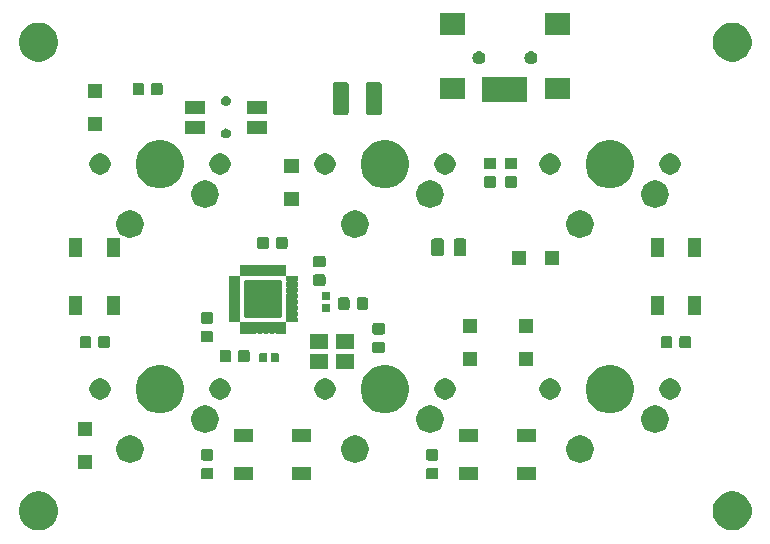
<source format=gbs>
G04 #@! TF.GenerationSoftware,KiCad,Pcbnew,5.1.2-f72e74a~84~ubuntu18.04.1*
G04 #@! TF.CreationDate,2019-06-08T16:30:23+01:00*
G04 #@! TF.ProjectId,macro-kb,6d616372-6f2d-46b6-922e-6b696361645f,rev?*
G04 #@! TF.SameCoordinates,Original*
G04 #@! TF.FileFunction,Soldermask,Bot*
G04 #@! TF.FilePolarity,Negative*
%FSLAX46Y46*%
G04 Gerber Fmt 4.6, Leading zero omitted, Abs format (unit mm)*
G04 Created by KiCad (PCBNEW 5.1.2-f72e74a~84~ubuntu18.04.1) date 2019-06-08 16:30:23*
%MOMM*%
%LPD*%
G04 APERTURE LIST*
%ADD10C,0.100000*%
G04 APERTURE END LIST*
D10*
G36*
X163760756Y-117961798D02*
G01*
X163867079Y-117982947D01*
X164167542Y-118107403D01*
X164437951Y-118288085D01*
X164667915Y-118518049D01*
X164848597Y-118788458D01*
X164973053Y-119088921D01*
X165036500Y-119407891D01*
X165036500Y-119733109D01*
X164973053Y-120052079D01*
X164848597Y-120352542D01*
X164667915Y-120622951D01*
X164437951Y-120852915D01*
X164167542Y-121033597D01*
X163867079Y-121158053D01*
X163760756Y-121179202D01*
X163548111Y-121221500D01*
X163222889Y-121221500D01*
X163010244Y-121179202D01*
X162903921Y-121158053D01*
X162603458Y-121033597D01*
X162333049Y-120852915D01*
X162103085Y-120622951D01*
X161922403Y-120352542D01*
X161797947Y-120052079D01*
X161734500Y-119733109D01*
X161734500Y-119407891D01*
X161797947Y-119088921D01*
X161922403Y-118788458D01*
X162103085Y-118518049D01*
X162333049Y-118288085D01*
X162603458Y-118107403D01*
X162903921Y-117982947D01*
X163010244Y-117961798D01*
X163222889Y-117919500D01*
X163548111Y-117919500D01*
X163760756Y-117961798D01*
X163760756Y-117961798D01*
G37*
G36*
X105023256Y-117961798D02*
G01*
X105129579Y-117982947D01*
X105430042Y-118107403D01*
X105700451Y-118288085D01*
X105930415Y-118518049D01*
X106111097Y-118788458D01*
X106235553Y-119088921D01*
X106299000Y-119407891D01*
X106299000Y-119733109D01*
X106235553Y-120052079D01*
X106111097Y-120352542D01*
X105930415Y-120622951D01*
X105700451Y-120852915D01*
X105430042Y-121033597D01*
X105129579Y-121158053D01*
X105023256Y-121179202D01*
X104810611Y-121221500D01*
X104485389Y-121221500D01*
X104272744Y-121179202D01*
X104166421Y-121158053D01*
X103865958Y-121033597D01*
X103595549Y-120852915D01*
X103365585Y-120622951D01*
X103184903Y-120352542D01*
X103060447Y-120052079D01*
X102997000Y-119733109D01*
X102997000Y-119407891D01*
X103060447Y-119088921D01*
X103184903Y-118788458D01*
X103365585Y-118518049D01*
X103595549Y-118288085D01*
X103865958Y-118107403D01*
X104166421Y-117982947D01*
X104272744Y-117961798D01*
X104485389Y-117919500D01*
X104810611Y-117919500D01*
X105023256Y-117961798D01*
X105023256Y-117961798D01*
G37*
G36*
X127742750Y-116959000D02*
G01*
X126140750Y-116959000D01*
X126140750Y-115857000D01*
X127742750Y-115857000D01*
X127742750Y-116959000D01*
X127742750Y-116959000D01*
G37*
G36*
X122842750Y-116959000D02*
G01*
X121240750Y-116959000D01*
X121240750Y-115857000D01*
X122842750Y-115857000D01*
X122842750Y-116959000D01*
X122842750Y-116959000D01*
G37*
G36*
X146792750Y-116959000D02*
G01*
X145190750Y-116959000D01*
X145190750Y-115857000D01*
X146792750Y-115857000D01*
X146792750Y-116959000D01*
X146792750Y-116959000D01*
G37*
G36*
X141892750Y-116959000D02*
G01*
X140290750Y-116959000D01*
X140290750Y-115857000D01*
X141892750Y-115857000D01*
X141892750Y-116959000D01*
X141892750Y-116959000D01*
G37*
G36*
X138365091Y-115904835D02*
G01*
X138399069Y-115915143D01*
X138430390Y-115931884D01*
X138457839Y-115954411D01*
X138480366Y-115981860D01*
X138497107Y-116013181D01*
X138507415Y-116047159D01*
X138511500Y-116088640D01*
X138511500Y-116689860D01*
X138507415Y-116731341D01*
X138497107Y-116765319D01*
X138480366Y-116796640D01*
X138457839Y-116824089D01*
X138430390Y-116846616D01*
X138399069Y-116863357D01*
X138365091Y-116873665D01*
X138323610Y-116877750D01*
X137647390Y-116877750D01*
X137605909Y-116873665D01*
X137571931Y-116863357D01*
X137540610Y-116846616D01*
X137513161Y-116824089D01*
X137490634Y-116796640D01*
X137473893Y-116765319D01*
X137463585Y-116731341D01*
X137459500Y-116689860D01*
X137459500Y-116088640D01*
X137463585Y-116047159D01*
X137473893Y-116013181D01*
X137490634Y-115981860D01*
X137513161Y-115954411D01*
X137540610Y-115931884D01*
X137571931Y-115915143D01*
X137605909Y-115904835D01*
X137647390Y-115900750D01*
X138323610Y-115900750D01*
X138365091Y-115904835D01*
X138365091Y-115904835D01*
G37*
G36*
X119315091Y-115904835D02*
G01*
X119349069Y-115915143D01*
X119380390Y-115931884D01*
X119407839Y-115954411D01*
X119430366Y-115981860D01*
X119447107Y-116013181D01*
X119457415Y-116047159D01*
X119461500Y-116088640D01*
X119461500Y-116689860D01*
X119457415Y-116731341D01*
X119447107Y-116765319D01*
X119430366Y-116796640D01*
X119407839Y-116824089D01*
X119380390Y-116846616D01*
X119349069Y-116863357D01*
X119315091Y-116873665D01*
X119273610Y-116877750D01*
X118597390Y-116877750D01*
X118555909Y-116873665D01*
X118521931Y-116863357D01*
X118490610Y-116846616D01*
X118463161Y-116824089D01*
X118440634Y-116796640D01*
X118423893Y-116765319D01*
X118413585Y-116731341D01*
X118409500Y-116689860D01*
X118409500Y-116088640D01*
X118413585Y-116047159D01*
X118423893Y-116013181D01*
X118440634Y-115981860D01*
X118463161Y-115954411D01*
X118490610Y-115931884D01*
X118521931Y-115915143D01*
X118555909Y-115904835D01*
X118597390Y-115900750D01*
X119273610Y-115900750D01*
X119315091Y-115904835D01*
X119315091Y-115904835D01*
G37*
G36*
X109217750Y-116015250D02*
G01*
X108015750Y-116015250D01*
X108015750Y-114813250D01*
X109217750Y-114813250D01*
X109217750Y-116015250D01*
X109217750Y-116015250D01*
G37*
G36*
X150719549Y-113202866D02*
G01*
X150830734Y-113224982D01*
X151040203Y-113311747D01*
X151228720Y-113437710D01*
X151389040Y-113598030D01*
X151515003Y-113786547D01*
X151515004Y-113786549D01*
X151601768Y-113996017D01*
X151646000Y-114218385D01*
X151646000Y-114445115D01*
X151639751Y-114476530D01*
X151601768Y-114667484D01*
X151515003Y-114876953D01*
X151389040Y-115065470D01*
X151228720Y-115225790D01*
X151040203Y-115351753D01*
X150830734Y-115438518D01*
X150719549Y-115460634D01*
X150608365Y-115482750D01*
X150381635Y-115482750D01*
X150270451Y-115460634D01*
X150159266Y-115438518D01*
X149949797Y-115351753D01*
X149761280Y-115225790D01*
X149600960Y-115065470D01*
X149474997Y-114876953D01*
X149388232Y-114667484D01*
X149350249Y-114476530D01*
X149344000Y-114445115D01*
X149344000Y-114218385D01*
X149388232Y-113996017D01*
X149474996Y-113786549D01*
X149474997Y-113786547D01*
X149600960Y-113598030D01*
X149761280Y-113437710D01*
X149949797Y-113311747D01*
X150159266Y-113224982D01*
X150270451Y-113202866D01*
X150381635Y-113180750D01*
X150608365Y-113180750D01*
X150719549Y-113202866D01*
X150719549Y-113202866D01*
G37*
G36*
X131669549Y-113202866D02*
G01*
X131780734Y-113224982D01*
X131990203Y-113311747D01*
X132178720Y-113437710D01*
X132339040Y-113598030D01*
X132465003Y-113786547D01*
X132465004Y-113786549D01*
X132551768Y-113996017D01*
X132596000Y-114218385D01*
X132596000Y-114445115D01*
X132589751Y-114476530D01*
X132551768Y-114667484D01*
X132465003Y-114876953D01*
X132339040Y-115065470D01*
X132178720Y-115225790D01*
X131990203Y-115351753D01*
X131780734Y-115438518D01*
X131669549Y-115460634D01*
X131558365Y-115482750D01*
X131331635Y-115482750D01*
X131220451Y-115460634D01*
X131109266Y-115438518D01*
X130899797Y-115351753D01*
X130711280Y-115225790D01*
X130550960Y-115065470D01*
X130424997Y-114876953D01*
X130338232Y-114667484D01*
X130300249Y-114476530D01*
X130294000Y-114445115D01*
X130294000Y-114218385D01*
X130338232Y-113996017D01*
X130424996Y-113786549D01*
X130424997Y-113786547D01*
X130550960Y-113598030D01*
X130711280Y-113437710D01*
X130899797Y-113311747D01*
X131109266Y-113224982D01*
X131220451Y-113202866D01*
X131331635Y-113180750D01*
X131558365Y-113180750D01*
X131669549Y-113202866D01*
X131669549Y-113202866D01*
G37*
G36*
X112619549Y-113202866D02*
G01*
X112730734Y-113224982D01*
X112940203Y-113311747D01*
X113128720Y-113437710D01*
X113289040Y-113598030D01*
X113415003Y-113786547D01*
X113415004Y-113786549D01*
X113501768Y-113996017D01*
X113546000Y-114218385D01*
X113546000Y-114445115D01*
X113539751Y-114476530D01*
X113501768Y-114667484D01*
X113415003Y-114876953D01*
X113289040Y-115065470D01*
X113128720Y-115225790D01*
X112940203Y-115351753D01*
X112730734Y-115438518D01*
X112619549Y-115460634D01*
X112508365Y-115482750D01*
X112281635Y-115482750D01*
X112170451Y-115460634D01*
X112059266Y-115438518D01*
X111849797Y-115351753D01*
X111661280Y-115225790D01*
X111500960Y-115065470D01*
X111374997Y-114876953D01*
X111288232Y-114667484D01*
X111250249Y-114476530D01*
X111244000Y-114445115D01*
X111244000Y-114218385D01*
X111288232Y-113996017D01*
X111374996Y-113786549D01*
X111374997Y-113786547D01*
X111500960Y-113598030D01*
X111661280Y-113437710D01*
X111849797Y-113311747D01*
X112059266Y-113224982D01*
X112170451Y-113202866D01*
X112281635Y-113180750D01*
X112508365Y-113180750D01*
X112619549Y-113202866D01*
X112619549Y-113202866D01*
G37*
G36*
X138365091Y-114329835D02*
G01*
X138399069Y-114340143D01*
X138430390Y-114356884D01*
X138457839Y-114379411D01*
X138480366Y-114406860D01*
X138497107Y-114438181D01*
X138507415Y-114472159D01*
X138511500Y-114513640D01*
X138511500Y-115114860D01*
X138507415Y-115156341D01*
X138497107Y-115190319D01*
X138480366Y-115221640D01*
X138457839Y-115249089D01*
X138430390Y-115271616D01*
X138399069Y-115288357D01*
X138365091Y-115298665D01*
X138323610Y-115302750D01*
X137647390Y-115302750D01*
X137605909Y-115298665D01*
X137571931Y-115288357D01*
X137540610Y-115271616D01*
X137513161Y-115249089D01*
X137490634Y-115221640D01*
X137473893Y-115190319D01*
X137463585Y-115156341D01*
X137459500Y-115114860D01*
X137459500Y-114513640D01*
X137463585Y-114472159D01*
X137473893Y-114438181D01*
X137490634Y-114406860D01*
X137513161Y-114379411D01*
X137540610Y-114356884D01*
X137571931Y-114340143D01*
X137605909Y-114329835D01*
X137647390Y-114325750D01*
X138323610Y-114325750D01*
X138365091Y-114329835D01*
X138365091Y-114329835D01*
G37*
G36*
X119315091Y-114329835D02*
G01*
X119349069Y-114340143D01*
X119380390Y-114356884D01*
X119407839Y-114379411D01*
X119430366Y-114406860D01*
X119447107Y-114438181D01*
X119457415Y-114472159D01*
X119461500Y-114513640D01*
X119461500Y-115114860D01*
X119457415Y-115156341D01*
X119447107Y-115190319D01*
X119430366Y-115221640D01*
X119407839Y-115249089D01*
X119380390Y-115271616D01*
X119349069Y-115288357D01*
X119315091Y-115298665D01*
X119273610Y-115302750D01*
X118597390Y-115302750D01*
X118555909Y-115298665D01*
X118521931Y-115288357D01*
X118490610Y-115271616D01*
X118463161Y-115249089D01*
X118440634Y-115221640D01*
X118423893Y-115190319D01*
X118413585Y-115156341D01*
X118409500Y-115114860D01*
X118409500Y-114513640D01*
X118413585Y-114472159D01*
X118423893Y-114438181D01*
X118440634Y-114406860D01*
X118463161Y-114379411D01*
X118490610Y-114356884D01*
X118521931Y-114340143D01*
X118555909Y-114329835D01*
X118597390Y-114325750D01*
X119273610Y-114325750D01*
X119315091Y-114329835D01*
X119315091Y-114329835D01*
G37*
G36*
X146792750Y-113759000D02*
G01*
X145190750Y-113759000D01*
X145190750Y-112657000D01*
X146792750Y-112657000D01*
X146792750Y-113759000D01*
X146792750Y-113759000D01*
G37*
G36*
X141892750Y-113759000D02*
G01*
X140290750Y-113759000D01*
X140290750Y-112657000D01*
X141892750Y-112657000D01*
X141892750Y-113759000D01*
X141892750Y-113759000D01*
G37*
G36*
X127742750Y-113759000D02*
G01*
X126140750Y-113759000D01*
X126140750Y-112657000D01*
X127742750Y-112657000D01*
X127742750Y-113759000D01*
X127742750Y-113759000D01*
G37*
G36*
X122842750Y-113759000D02*
G01*
X121240750Y-113759000D01*
X121240750Y-112657000D01*
X122842750Y-112657000D01*
X122842750Y-113759000D01*
X122842750Y-113759000D01*
G37*
G36*
X109217750Y-113215250D02*
G01*
X108015750Y-113215250D01*
X108015750Y-112013250D01*
X109217750Y-112013250D01*
X109217750Y-113215250D01*
X109217750Y-113215250D01*
G37*
G36*
X138019549Y-110662866D02*
G01*
X138130734Y-110684982D01*
X138340203Y-110771747D01*
X138528720Y-110897710D01*
X138689040Y-111058030D01*
X138815003Y-111246547D01*
X138901768Y-111456016D01*
X138946000Y-111678386D01*
X138946000Y-111905114D01*
X138901768Y-112127484D01*
X138815003Y-112336953D01*
X138689040Y-112525470D01*
X138528720Y-112685790D01*
X138340203Y-112811753D01*
X138130734Y-112898518D01*
X138019549Y-112920634D01*
X137908365Y-112942750D01*
X137681635Y-112942750D01*
X137570451Y-112920634D01*
X137459266Y-112898518D01*
X137249797Y-112811753D01*
X137061280Y-112685790D01*
X136900960Y-112525470D01*
X136774997Y-112336953D01*
X136688232Y-112127484D01*
X136644000Y-111905114D01*
X136644000Y-111678386D01*
X136688232Y-111456016D01*
X136774997Y-111246547D01*
X136900960Y-111058030D01*
X137061280Y-110897710D01*
X137249797Y-110771747D01*
X137459266Y-110684982D01*
X137570451Y-110662866D01*
X137681635Y-110640750D01*
X137908365Y-110640750D01*
X138019549Y-110662866D01*
X138019549Y-110662866D01*
G37*
G36*
X118969549Y-110662866D02*
G01*
X119080734Y-110684982D01*
X119290203Y-110771747D01*
X119478720Y-110897710D01*
X119639040Y-111058030D01*
X119765003Y-111246547D01*
X119851768Y-111456016D01*
X119896000Y-111678386D01*
X119896000Y-111905114D01*
X119851768Y-112127484D01*
X119765003Y-112336953D01*
X119639040Y-112525470D01*
X119478720Y-112685790D01*
X119290203Y-112811753D01*
X119080734Y-112898518D01*
X118969549Y-112920634D01*
X118858365Y-112942750D01*
X118631635Y-112942750D01*
X118520451Y-112920634D01*
X118409266Y-112898518D01*
X118199797Y-112811753D01*
X118011280Y-112685790D01*
X117850960Y-112525470D01*
X117724997Y-112336953D01*
X117638232Y-112127484D01*
X117594000Y-111905114D01*
X117594000Y-111678386D01*
X117638232Y-111456016D01*
X117724997Y-111246547D01*
X117850960Y-111058030D01*
X118011280Y-110897710D01*
X118199797Y-110771747D01*
X118409266Y-110684982D01*
X118520451Y-110662866D01*
X118631635Y-110640750D01*
X118858365Y-110640750D01*
X118969549Y-110662866D01*
X118969549Y-110662866D01*
G37*
G36*
X157069549Y-110662866D02*
G01*
X157180734Y-110684982D01*
X157390203Y-110771747D01*
X157578720Y-110897710D01*
X157739040Y-111058030D01*
X157865003Y-111246547D01*
X157951768Y-111456016D01*
X157996000Y-111678386D01*
X157996000Y-111905114D01*
X157951768Y-112127484D01*
X157865003Y-112336953D01*
X157739040Y-112525470D01*
X157578720Y-112685790D01*
X157390203Y-112811753D01*
X157180734Y-112898518D01*
X157069549Y-112920634D01*
X156958365Y-112942750D01*
X156731635Y-112942750D01*
X156620451Y-112920634D01*
X156509266Y-112898518D01*
X156299797Y-112811753D01*
X156111280Y-112685790D01*
X155950960Y-112525470D01*
X155824997Y-112336953D01*
X155738232Y-112127484D01*
X155694000Y-111905114D01*
X155694000Y-111678386D01*
X155738232Y-111456016D01*
X155824997Y-111246547D01*
X155950960Y-111058030D01*
X156111280Y-110897710D01*
X156299797Y-110771747D01*
X156509266Y-110684982D01*
X156620451Y-110662866D01*
X156731635Y-110640750D01*
X156958365Y-110640750D01*
X157069549Y-110662866D01*
X157069549Y-110662866D01*
G37*
G36*
X134583254Y-107279568D02*
G01*
X134956511Y-107434176D01*
X134956513Y-107434177D01*
X135171385Y-107577750D01*
X135292436Y-107658634D01*
X135578116Y-107944314D01*
X135802574Y-108280239D01*
X135957182Y-108653496D01*
X136036000Y-109049743D01*
X136036000Y-109453757D01*
X135957182Y-109850004D01*
X135802574Y-110223261D01*
X135802573Y-110223263D01*
X135578116Y-110559186D01*
X135292436Y-110844866D01*
X134956513Y-111069323D01*
X134956512Y-111069324D01*
X134956511Y-111069324D01*
X134583254Y-111223932D01*
X134187007Y-111302750D01*
X133782993Y-111302750D01*
X133386746Y-111223932D01*
X133013489Y-111069324D01*
X133013488Y-111069324D01*
X133013487Y-111069323D01*
X132677564Y-110844866D01*
X132391884Y-110559186D01*
X132167427Y-110223263D01*
X132167426Y-110223261D01*
X132012818Y-109850004D01*
X131934000Y-109453757D01*
X131934000Y-109049743D01*
X132012818Y-108653496D01*
X132167426Y-108280239D01*
X132391884Y-107944314D01*
X132677564Y-107658634D01*
X132798615Y-107577750D01*
X133013487Y-107434177D01*
X133013489Y-107434176D01*
X133386746Y-107279568D01*
X133782993Y-107200750D01*
X134187007Y-107200750D01*
X134583254Y-107279568D01*
X134583254Y-107279568D01*
G37*
G36*
X153633254Y-107279568D02*
G01*
X154006511Y-107434176D01*
X154006513Y-107434177D01*
X154221385Y-107577750D01*
X154342436Y-107658634D01*
X154628116Y-107944314D01*
X154852574Y-108280239D01*
X155007182Y-108653496D01*
X155086000Y-109049743D01*
X155086000Y-109453757D01*
X155007182Y-109850004D01*
X154852574Y-110223261D01*
X154852573Y-110223263D01*
X154628116Y-110559186D01*
X154342436Y-110844866D01*
X154006513Y-111069323D01*
X154006512Y-111069324D01*
X154006511Y-111069324D01*
X153633254Y-111223932D01*
X153237007Y-111302750D01*
X152832993Y-111302750D01*
X152436746Y-111223932D01*
X152063489Y-111069324D01*
X152063488Y-111069324D01*
X152063487Y-111069323D01*
X151727564Y-110844866D01*
X151441884Y-110559186D01*
X151217427Y-110223263D01*
X151217426Y-110223261D01*
X151062818Y-109850004D01*
X150984000Y-109453757D01*
X150984000Y-109049743D01*
X151062818Y-108653496D01*
X151217426Y-108280239D01*
X151441884Y-107944314D01*
X151727564Y-107658634D01*
X151848615Y-107577750D01*
X152063487Y-107434177D01*
X152063489Y-107434176D01*
X152436746Y-107279568D01*
X152832993Y-107200750D01*
X153237007Y-107200750D01*
X153633254Y-107279568D01*
X153633254Y-107279568D01*
G37*
G36*
X115533254Y-107279568D02*
G01*
X115906511Y-107434176D01*
X115906513Y-107434177D01*
X116121385Y-107577750D01*
X116242436Y-107658634D01*
X116528116Y-107944314D01*
X116752574Y-108280239D01*
X116907182Y-108653496D01*
X116986000Y-109049743D01*
X116986000Y-109453757D01*
X116907182Y-109850004D01*
X116752574Y-110223261D01*
X116752573Y-110223263D01*
X116528116Y-110559186D01*
X116242436Y-110844866D01*
X115906513Y-111069323D01*
X115906512Y-111069324D01*
X115906511Y-111069324D01*
X115533254Y-111223932D01*
X115137007Y-111302750D01*
X114732993Y-111302750D01*
X114336746Y-111223932D01*
X113963489Y-111069324D01*
X113963488Y-111069324D01*
X113963487Y-111069323D01*
X113627564Y-110844866D01*
X113341884Y-110559186D01*
X113117427Y-110223263D01*
X113117426Y-110223261D01*
X112962818Y-109850004D01*
X112884000Y-109453757D01*
X112884000Y-109049743D01*
X112962818Y-108653496D01*
X113117426Y-108280239D01*
X113341884Y-107944314D01*
X113627564Y-107658634D01*
X113748615Y-107577750D01*
X113963487Y-107434177D01*
X113963489Y-107434176D01*
X114336746Y-107279568D01*
X114732993Y-107200750D01*
X115137007Y-107200750D01*
X115533254Y-107279568D01*
X115533254Y-107279568D01*
G37*
G36*
X158228512Y-108355677D02*
G01*
X158377812Y-108385374D01*
X158541784Y-108453294D01*
X158689354Y-108551897D01*
X158814853Y-108677396D01*
X158913456Y-108824966D01*
X158981376Y-108988938D01*
X159016000Y-109163009D01*
X159016000Y-109340491D01*
X158981376Y-109514562D01*
X158913456Y-109678534D01*
X158814853Y-109826104D01*
X158689354Y-109951603D01*
X158541784Y-110050206D01*
X158377812Y-110118126D01*
X158228512Y-110147823D01*
X158203742Y-110152750D01*
X158026258Y-110152750D01*
X158001488Y-110147823D01*
X157852188Y-110118126D01*
X157688216Y-110050206D01*
X157540646Y-109951603D01*
X157415147Y-109826104D01*
X157316544Y-109678534D01*
X157248624Y-109514562D01*
X157214000Y-109340491D01*
X157214000Y-109163009D01*
X157248624Y-108988938D01*
X157316544Y-108824966D01*
X157415147Y-108677396D01*
X157540646Y-108551897D01*
X157688216Y-108453294D01*
X157852188Y-108385374D01*
X158001488Y-108355677D01*
X158026258Y-108350750D01*
X158203742Y-108350750D01*
X158228512Y-108355677D01*
X158228512Y-108355677D01*
G37*
G36*
X120128512Y-108355677D02*
G01*
X120277812Y-108385374D01*
X120441784Y-108453294D01*
X120589354Y-108551897D01*
X120714853Y-108677396D01*
X120813456Y-108824966D01*
X120881376Y-108988938D01*
X120916000Y-109163009D01*
X120916000Y-109340491D01*
X120881376Y-109514562D01*
X120813456Y-109678534D01*
X120714853Y-109826104D01*
X120589354Y-109951603D01*
X120441784Y-110050206D01*
X120277812Y-110118126D01*
X120128512Y-110147823D01*
X120103742Y-110152750D01*
X119926258Y-110152750D01*
X119901488Y-110147823D01*
X119752188Y-110118126D01*
X119588216Y-110050206D01*
X119440646Y-109951603D01*
X119315147Y-109826104D01*
X119216544Y-109678534D01*
X119148624Y-109514562D01*
X119114000Y-109340491D01*
X119114000Y-109163009D01*
X119148624Y-108988938D01*
X119216544Y-108824966D01*
X119315147Y-108677396D01*
X119440646Y-108551897D01*
X119588216Y-108453294D01*
X119752188Y-108385374D01*
X119901488Y-108355677D01*
X119926258Y-108350750D01*
X120103742Y-108350750D01*
X120128512Y-108355677D01*
X120128512Y-108355677D01*
G37*
G36*
X129018512Y-108355677D02*
G01*
X129167812Y-108385374D01*
X129331784Y-108453294D01*
X129479354Y-108551897D01*
X129604853Y-108677396D01*
X129703456Y-108824966D01*
X129771376Y-108988938D01*
X129806000Y-109163009D01*
X129806000Y-109340491D01*
X129771376Y-109514562D01*
X129703456Y-109678534D01*
X129604853Y-109826104D01*
X129479354Y-109951603D01*
X129331784Y-110050206D01*
X129167812Y-110118126D01*
X129018512Y-110147823D01*
X128993742Y-110152750D01*
X128816258Y-110152750D01*
X128791488Y-110147823D01*
X128642188Y-110118126D01*
X128478216Y-110050206D01*
X128330646Y-109951603D01*
X128205147Y-109826104D01*
X128106544Y-109678534D01*
X128038624Y-109514562D01*
X128004000Y-109340491D01*
X128004000Y-109163009D01*
X128038624Y-108988938D01*
X128106544Y-108824966D01*
X128205147Y-108677396D01*
X128330646Y-108551897D01*
X128478216Y-108453294D01*
X128642188Y-108385374D01*
X128791488Y-108355677D01*
X128816258Y-108350750D01*
X128993742Y-108350750D01*
X129018512Y-108355677D01*
X129018512Y-108355677D01*
G37*
G36*
X148068512Y-108355677D02*
G01*
X148217812Y-108385374D01*
X148381784Y-108453294D01*
X148529354Y-108551897D01*
X148654853Y-108677396D01*
X148753456Y-108824966D01*
X148821376Y-108988938D01*
X148856000Y-109163009D01*
X148856000Y-109340491D01*
X148821376Y-109514562D01*
X148753456Y-109678534D01*
X148654853Y-109826104D01*
X148529354Y-109951603D01*
X148381784Y-110050206D01*
X148217812Y-110118126D01*
X148068512Y-110147823D01*
X148043742Y-110152750D01*
X147866258Y-110152750D01*
X147841488Y-110147823D01*
X147692188Y-110118126D01*
X147528216Y-110050206D01*
X147380646Y-109951603D01*
X147255147Y-109826104D01*
X147156544Y-109678534D01*
X147088624Y-109514562D01*
X147054000Y-109340491D01*
X147054000Y-109163009D01*
X147088624Y-108988938D01*
X147156544Y-108824966D01*
X147255147Y-108677396D01*
X147380646Y-108551897D01*
X147528216Y-108453294D01*
X147692188Y-108385374D01*
X147841488Y-108355677D01*
X147866258Y-108350750D01*
X148043742Y-108350750D01*
X148068512Y-108355677D01*
X148068512Y-108355677D01*
G37*
G36*
X109968512Y-108355677D02*
G01*
X110117812Y-108385374D01*
X110281784Y-108453294D01*
X110429354Y-108551897D01*
X110554853Y-108677396D01*
X110653456Y-108824966D01*
X110721376Y-108988938D01*
X110756000Y-109163009D01*
X110756000Y-109340491D01*
X110721376Y-109514562D01*
X110653456Y-109678534D01*
X110554853Y-109826104D01*
X110429354Y-109951603D01*
X110281784Y-110050206D01*
X110117812Y-110118126D01*
X109968512Y-110147823D01*
X109943742Y-110152750D01*
X109766258Y-110152750D01*
X109741488Y-110147823D01*
X109592188Y-110118126D01*
X109428216Y-110050206D01*
X109280646Y-109951603D01*
X109155147Y-109826104D01*
X109056544Y-109678534D01*
X108988624Y-109514562D01*
X108954000Y-109340491D01*
X108954000Y-109163009D01*
X108988624Y-108988938D01*
X109056544Y-108824966D01*
X109155147Y-108677396D01*
X109280646Y-108551897D01*
X109428216Y-108453294D01*
X109592188Y-108385374D01*
X109741488Y-108355677D01*
X109766258Y-108350750D01*
X109943742Y-108350750D01*
X109968512Y-108355677D01*
X109968512Y-108355677D01*
G37*
G36*
X139178512Y-108355677D02*
G01*
X139327812Y-108385374D01*
X139491784Y-108453294D01*
X139639354Y-108551897D01*
X139764853Y-108677396D01*
X139863456Y-108824966D01*
X139931376Y-108988938D01*
X139966000Y-109163009D01*
X139966000Y-109340491D01*
X139931376Y-109514562D01*
X139863456Y-109678534D01*
X139764853Y-109826104D01*
X139639354Y-109951603D01*
X139491784Y-110050206D01*
X139327812Y-110118126D01*
X139178512Y-110147823D01*
X139153742Y-110152750D01*
X138976258Y-110152750D01*
X138951488Y-110147823D01*
X138802188Y-110118126D01*
X138638216Y-110050206D01*
X138490646Y-109951603D01*
X138365147Y-109826104D01*
X138266544Y-109678534D01*
X138198624Y-109514562D01*
X138164000Y-109340491D01*
X138164000Y-109163009D01*
X138198624Y-108988938D01*
X138266544Y-108824966D01*
X138365147Y-108677396D01*
X138490646Y-108551897D01*
X138638216Y-108453294D01*
X138802188Y-108385374D01*
X138951488Y-108355677D01*
X138976258Y-108350750D01*
X139153742Y-108350750D01*
X139178512Y-108355677D01*
X139178512Y-108355677D01*
G37*
G36*
X129159250Y-107577750D02*
G01*
X127657250Y-107577750D01*
X127657250Y-106275750D01*
X129159250Y-106275750D01*
X129159250Y-107577750D01*
X129159250Y-107577750D01*
G37*
G36*
X131359250Y-107577750D02*
G01*
X129857250Y-107577750D01*
X129857250Y-106275750D01*
X131359250Y-106275750D01*
X131359250Y-107577750D01*
X131359250Y-107577750D01*
G37*
G36*
X141761500Y-107284000D02*
G01*
X140559500Y-107284000D01*
X140559500Y-106082000D01*
X141761500Y-106082000D01*
X141761500Y-107284000D01*
X141761500Y-107284000D01*
G37*
G36*
X146524000Y-107284000D02*
G01*
X145322000Y-107284000D01*
X145322000Y-106082000D01*
X146524000Y-106082000D01*
X146524000Y-107284000D01*
X146524000Y-107284000D01*
G37*
G36*
X120807841Y-105935835D02*
G01*
X120841819Y-105946143D01*
X120873140Y-105962884D01*
X120900589Y-105985411D01*
X120923116Y-106012860D01*
X120939857Y-106044181D01*
X120950165Y-106078159D01*
X120954250Y-106119640D01*
X120954250Y-106795860D01*
X120950165Y-106837341D01*
X120939857Y-106871319D01*
X120923116Y-106902640D01*
X120900589Y-106930089D01*
X120873140Y-106952616D01*
X120841819Y-106969357D01*
X120807841Y-106979665D01*
X120766360Y-106983750D01*
X120165140Y-106983750D01*
X120123659Y-106979665D01*
X120089681Y-106969357D01*
X120058360Y-106952616D01*
X120030911Y-106930089D01*
X120008384Y-106902640D01*
X119991643Y-106871319D01*
X119981335Y-106837341D01*
X119977250Y-106795860D01*
X119977250Y-106119640D01*
X119981335Y-106078159D01*
X119991643Y-106044181D01*
X120008384Y-106012860D01*
X120030911Y-105985411D01*
X120058360Y-105962884D01*
X120089681Y-105946143D01*
X120123659Y-105935835D01*
X120165140Y-105931750D01*
X120766360Y-105931750D01*
X120807841Y-105935835D01*
X120807841Y-105935835D01*
G37*
G36*
X122382841Y-105935835D02*
G01*
X122416819Y-105946143D01*
X122448140Y-105962884D01*
X122475589Y-105985411D01*
X122498116Y-106012860D01*
X122514857Y-106044181D01*
X122525165Y-106078159D01*
X122529250Y-106119640D01*
X122529250Y-106795860D01*
X122525165Y-106837341D01*
X122514857Y-106871319D01*
X122498116Y-106902640D01*
X122475589Y-106930089D01*
X122448140Y-106952616D01*
X122416819Y-106969357D01*
X122382841Y-106979665D01*
X122341360Y-106983750D01*
X121740140Y-106983750D01*
X121698659Y-106979665D01*
X121664681Y-106969357D01*
X121633360Y-106952616D01*
X121605911Y-106930089D01*
X121583384Y-106902640D01*
X121566643Y-106871319D01*
X121556335Y-106837341D01*
X121552250Y-106795860D01*
X121552250Y-106119640D01*
X121556335Y-106078159D01*
X121566643Y-106044181D01*
X121583384Y-106012860D01*
X121605911Y-105985411D01*
X121633360Y-105962884D01*
X121664681Y-105946143D01*
X121698659Y-105935835D01*
X121740140Y-105931750D01*
X122341360Y-105931750D01*
X122382841Y-105935835D01*
X122382841Y-105935835D01*
G37*
G36*
X123946188Y-106216466D02*
G01*
X123966807Y-106222721D01*
X123985803Y-106232874D01*
X124002458Y-106246542D01*
X124016126Y-106263197D01*
X124026279Y-106282193D01*
X124032534Y-106302812D01*
X124035250Y-106330390D01*
X124035250Y-106839110D01*
X124032534Y-106866688D01*
X124026279Y-106887307D01*
X124016126Y-106906303D01*
X124002458Y-106922958D01*
X123985803Y-106936626D01*
X123966807Y-106946779D01*
X123946188Y-106953034D01*
X123918610Y-106955750D01*
X123459890Y-106955750D01*
X123432312Y-106953034D01*
X123411693Y-106946779D01*
X123392697Y-106936626D01*
X123376042Y-106922958D01*
X123362374Y-106906303D01*
X123352221Y-106887307D01*
X123345966Y-106866688D01*
X123343250Y-106839110D01*
X123343250Y-106330390D01*
X123345966Y-106302812D01*
X123352221Y-106282193D01*
X123362374Y-106263197D01*
X123376042Y-106246542D01*
X123392697Y-106232874D01*
X123411693Y-106222721D01*
X123432312Y-106216466D01*
X123459890Y-106213750D01*
X123918610Y-106213750D01*
X123946188Y-106216466D01*
X123946188Y-106216466D01*
G37*
G36*
X124916188Y-106216466D02*
G01*
X124936807Y-106222721D01*
X124955803Y-106232874D01*
X124972458Y-106246542D01*
X124986126Y-106263197D01*
X124996279Y-106282193D01*
X125002534Y-106302812D01*
X125005250Y-106330390D01*
X125005250Y-106839110D01*
X125002534Y-106866688D01*
X124996279Y-106887307D01*
X124986126Y-106906303D01*
X124972458Y-106922958D01*
X124955803Y-106936626D01*
X124936807Y-106946779D01*
X124916188Y-106953034D01*
X124888610Y-106955750D01*
X124429890Y-106955750D01*
X124402312Y-106953034D01*
X124381693Y-106946779D01*
X124362697Y-106936626D01*
X124346042Y-106922958D01*
X124332374Y-106906303D01*
X124322221Y-106887307D01*
X124315966Y-106866688D01*
X124313250Y-106839110D01*
X124313250Y-106330390D01*
X124315966Y-106302812D01*
X124322221Y-106282193D01*
X124332374Y-106263197D01*
X124346042Y-106246542D01*
X124362697Y-106232874D01*
X124381693Y-106222721D01*
X124402312Y-106216466D01*
X124429890Y-106213750D01*
X124888610Y-106213750D01*
X124916188Y-106216466D01*
X124916188Y-106216466D01*
G37*
G36*
X133824841Y-105236835D02*
G01*
X133858819Y-105247143D01*
X133890140Y-105263884D01*
X133917589Y-105286411D01*
X133940116Y-105313860D01*
X133956857Y-105345181D01*
X133967165Y-105379159D01*
X133971250Y-105420640D01*
X133971250Y-106021860D01*
X133967165Y-106063341D01*
X133956857Y-106097319D01*
X133940116Y-106128640D01*
X133917589Y-106156089D01*
X133890140Y-106178616D01*
X133858819Y-106195357D01*
X133824841Y-106205665D01*
X133783360Y-106209750D01*
X133107140Y-106209750D01*
X133065659Y-106205665D01*
X133031681Y-106195357D01*
X133000360Y-106178616D01*
X132972911Y-106156089D01*
X132950384Y-106128640D01*
X132933643Y-106097319D01*
X132923335Y-106063341D01*
X132919250Y-106021860D01*
X132919250Y-105420640D01*
X132923335Y-105379159D01*
X132933643Y-105345181D01*
X132950384Y-105313860D01*
X132972911Y-105286411D01*
X133000360Y-105263884D01*
X133031681Y-105247143D01*
X133065659Y-105236835D01*
X133107140Y-105232750D01*
X133783360Y-105232750D01*
X133824841Y-105236835D01*
X133824841Y-105236835D01*
G37*
G36*
X131359250Y-105877750D02*
G01*
X129857250Y-105877750D01*
X129857250Y-104575750D01*
X131359250Y-104575750D01*
X131359250Y-105877750D01*
X131359250Y-105877750D01*
G37*
G36*
X129159250Y-105877750D02*
G01*
X127657250Y-105877750D01*
X127657250Y-104575750D01*
X129159250Y-104575750D01*
X129159250Y-105877750D01*
X129159250Y-105877750D01*
G37*
G36*
X110540091Y-104761085D02*
G01*
X110574069Y-104771393D01*
X110605390Y-104788134D01*
X110632839Y-104810661D01*
X110655366Y-104838110D01*
X110672107Y-104869431D01*
X110682415Y-104903409D01*
X110686500Y-104944890D01*
X110686500Y-105621110D01*
X110682415Y-105662591D01*
X110672107Y-105696569D01*
X110655366Y-105727890D01*
X110632839Y-105755339D01*
X110605390Y-105777866D01*
X110574069Y-105794607D01*
X110540091Y-105804915D01*
X110498610Y-105809000D01*
X109897390Y-105809000D01*
X109855909Y-105804915D01*
X109821931Y-105794607D01*
X109790610Y-105777866D01*
X109763161Y-105755339D01*
X109740634Y-105727890D01*
X109723893Y-105696569D01*
X109713585Y-105662591D01*
X109709500Y-105621110D01*
X109709500Y-104944890D01*
X109713585Y-104903409D01*
X109723893Y-104869431D01*
X109740634Y-104838110D01*
X109763161Y-104810661D01*
X109790610Y-104788134D01*
X109821931Y-104771393D01*
X109855909Y-104761085D01*
X109897390Y-104757000D01*
X110498610Y-104757000D01*
X110540091Y-104761085D01*
X110540091Y-104761085D01*
G37*
G36*
X159752591Y-104761085D02*
G01*
X159786569Y-104771393D01*
X159817890Y-104788134D01*
X159845339Y-104810661D01*
X159867866Y-104838110D01*
X159884607Y-104869431D01*
X159894915Y-104903409D01*
X159899000Y-104944890D01*
X159899000Y-105621110D01*
X159894915Y-105662591D01*
X159884607Y-105696569D01*
X159867866Y-105727890D01*
X159845339Y-105755339D01*
X159817890Y-105777866D01*
X159786569Y-105794607D01*
X159752591Y-105804915D01*
X159711110Y-105809000D01*
X159109890Y-105809000D01*
X159068409Y-105804915D01*
X159034431Y-105794607D01*
X159003110Y-105777866D01*
X158975661Y-105755339D01*
X158953134Y-105727890D01*
X158936393Y-105696569D01*
X158926085Y-105662591D01*
X158922000Y-105621110D01*
X158922000Y-104944890D01*
X158926085Y-104903409D01*
X158936393Y-104869431D01*
X158953134Y-104838110D01*
X158975661Y-104810661D01*
X159003110Y-104788134D01*
X159034431Y-104771393D01*
X159068409Y-104761085D01*
X159109890Y-104757000D01*
X159711110Y-104757000D01*
X159752591Y-104761085D01*
X159752591Y-104761085D01*
G37*
G36*
X158177591Y-104761085D02*
G01*
X158211569Y-104771393D01*
X158242890Y-104788134D01*
X158270339Y-104810661D01*
X158292866Y-104838110D01*
X158309607Y-104869431D01*
X158319915Y-104903409D01*
X158324000Y-104944890D01*
X158324000Y-105621110D01*
X158319915Y-105662591D01*
X158309607Y-105696569D01*
X158292866Y-105727890D01*
X158270339Y-105755339D01*
X158242890Y-105777866D01*
X158211569Y-105794607D01*
X158177591Y-105804915D01*
X158136110Y-105809000D01*
X157534890Y-105809000D01*
X157493409Y-105804915D01*
X157459431Y-105794607D01*
X157428110Y-105777866D01*
X157400661Y-105755339D01*
X157378134Y-105727890D01*
X157361393Y-105696569D01*
X157351085Y-105662591D01*
X157347000Y-105621110D01*
X157347000Y-104944890D01*
X157351085Y-104903409D01*
X157361393Y-104869431D01*
X157378134Y-104838110D01*
X157400661Y-104810661D01*
X157428110Y-104788134D01*
X157459431Y-104771393D01*
X157493409Y-104761085D01*
X157534890Y-104757000D01*
X158136110Y-104757000D01*
X158177591Y-104761085D01*
X158177591Y-104761085D01*
G37*
G36*
X108965091Y-104761085D02*
G01*
X108999069Y-104771393D01*
X109030390Y-104788134D01*
X109057839Y-104810661D01*
X109080366Y-104838110D01*
X109097107Y-104869431D01*
X109107415Y-104903409D01*
X109111500Y-104944890D01*
X109111500Y-105621110D01*
X109107415Y-105662591D01*
X109097107Y-105696569D01*
X109080366Y-105727890D01*
X109057839Y-105755339D01*
X109030390Y-105777866D01*
X108999069Y-105794607D01*
X108965091Y-105804915D01*
X108923610Y-105809000D01*
X108322390Y-105809000D01*
X108280909Y-105804915D01*
X108246931Y-105794607D01*
X108215610Y-105777866D01*
X108188161Y-105755339D01*
X108165634Y-105727890D01*
X108148893Y-105696569D01*
X108138585Y-105662591D01*
X108134500Y-105621110D01*
X108134500Y-104944890D01*
X108138585Y-104903409D01*
X108148893Y-104869431D01*
X108165634Y-104838110D01*
X108188161Y-104810661D01*
X108215610Y-104788134D01*
X108246931Y-104771393D01*
X108280909Y-104761085D01*
X108322390Y-104757000D01*
X108923610Y-104757000D01*
X108965091Y-104761085D01*
X108965091Y-104761085D01*
G37*
G36*
X119283341Y-104322335D02*
G01*
X119317319Y-104332643D01*
X119348640Y-104349384D01*
X119376089Y-104371911D01*
X119398616Y-104399360D01*
X119415357Y-104430681D01*
X119425665Y-104464659D01*
X119429750Y-104506140D01*
X119429750Y-105107360D01*
X119425665Y-105148841D01*
X119415357Y-105182819D01*
X119398616Y-105214140D01*
X119376089Y-105241589D01*
X119348640Y-105264116D01*
X119317319Y-105280857D01*
X119283341Y-105291165D01*
X119241860Y-105295250D01*
X118565640Y-105295250D01*
X118524159Y-105291165D01*
X118490181Y-105280857D01*
X118458860Y-105264116D01*
X118431411Y-105241589D01*
X118408884Y-105214140D01*
X118392143Y-105182819D01*
X118381835Y-105148841D01*
X118377750Y-105107360D01*
X118377750Y-104506140D01*
X118381835Y-104464659D01*
X118392143Y-104430681D01*
X118408884Y-104399360D01*
X118431411Y-104371911D01*
X118458860Y-104349384D01*
X118490181Y-104332643D01*
X118524159Y-104322335D01*
X118565640Y-104318250D01*
X119241860Y-104318250D01*
X119283341Y-104322335D01*
X119283341Y-104322335D01*
G37*
G36*
X133824841Y-103661835D02*
G01*
X133858819Y-103672143D01*
X133890140Y-103688884D01*
X133917589Y-103711411D01*
X133940116Y-103738860D01*
X133956857Y-103770181D01*
X133967165Y-103804159D01*
X133971250Y-103845640D01*
X133971250Y-104446860D01*
X133967165Y-104488341D01*
X133956857Y-104522319D01*
X133940116Y-104553640D01*
X133917589Y-104581089D01*
X133890140Y-104603616D01*
X133858819Y-104620357D01*
X133824841Y-104630665D01*
X133783360Y-104634750D01*
X133107140Y-104634750D01*
X133065659Y-104630665D01*
X133031681Y-104620357D01*
X133000360Y-104603616D01*
X132972911Y-104581089D01*
X132950384Y-104553640D01*
X132933643Y-104522319D01*
X132923335Y-104488341D01*
X132919250Y-104446860D01*
X132919250Y-103845640D01*
X132923335Y-103804159D01*
X132933643Y-103770181D01*
X132950384Y-103738860D01*
X132972911Y-103711411D01*
X133000360Y-103688884D01*
X133031681Y-103672143D01*
X133065659Y-103661835D01*
X133107140Y-103657750D01*
X133783360Y-103657750D01*
X133824841Y-103661835D01*
X133824841Y-103661835D01*
G37*
G36*
X122071605Y-98706833D02*
G01*
X122076279Y-98708251D01*
X122080580Y-98710550D01*
X122086952Y-98715779D01*
X122107326Y-98729393D01*
X122129965Y-98738770D01*
X122153999Y-98743550D01*
X122178503Y-98743550D01*
X122202536Y-98738769D01*
X122225175Y-98729392D01*
X122245548Y-98715779D01*
X122251920Y-98710550D01*
X122256221Y-98708251D01*
X122260895Y-98706833D01*
X122271891Y-98705750D01*
X122560609Y-98705750D01*
X122571605Y-98706833D01*
X122576279Y-98708251D01*
X122580580Y-98710550D01*
X122586952Y-98715779D01*
X122607326Y-98729393D01*
X122629965Y-98738770D01*
X122653999Y-98743550D01*
X122678503Y-98743550D01*
X122702536Y-98738769D01*
X122725175Y-98729392D01*
X122745548Y-98715779D01*
X122751920Y-98710550D01*
X122756221Y-98708251D01*
X122760895Y-98706833D01*
X122771891Y-98705750D01*
X123060609Y-98705750D01*
X123071605Y-98706833D01*
X123076279Y-98708251D01*
X123080580Y-98710550D01*
X123086952Y-98715779D01*
X123107326Y-98729393D01*
X123129965Y-98738770D01*
X123153999Y-98743550D01*
X123178503Y-98743550D01*
X123202536Y-98738769D01*
X123225175Y-98729392D01*
X123245548Y-98715779D01*
X123251920Y-98710550D01*
X123256221Y-98708251D01*
X123260895Y-98706833D01*
X123271891Y-98705750D01*
X123560609Y-98705750D01*
X123571605Y-98706833D01*
X123576279Y-98708251D01*
X123580580Y-98710550D01*
X123586952Y-98715779D01*
X123607326Y-98729393D01*
X123629965Y-98738770D01*
X123653999Y-98743550D01*
X123678503Y-98743550D01*
X123702536Y-98738769D01*
X123725175Y-98729392D01*
X123745548Y-98715779D01*
X123751920Y-98710550D01*
X123756221Y-98708251D01*
X123760895Y-98706833D01*
X123771891Y-98705750D01*
X124060609Y-98705750D01*
X124071605Y-98706833D01*
X124076279Y-98708251D01*
X124080580Y-98710550D01*
X124086952Y-98715779D01*
X124107326Y-98729393D01*
X124129965Y-98738770D01*
X124153999Y-98743550D01*
X124178503Y-98743550D01*
X124202536Y-98738769D01*
X124225175Y-98729392D01*
X124245548Y-98715779D01*
X124251920Y-98710550D01*
X124256221Y-98708251D01*
X124260895Y-98706833D01*
X124271891Y-98705750D01*
X124560609Y-98705750D01*
X124571605Y-98706833D01*
X124576279Y-98708251D01*
X124580580Y-98710550D01*
X124586952Y-98715779D01*
X124607326Y-98729393D01*
X124629965Y-98738770D01*
X124653999Y-98743550D01*
X124678503Y-98743550D01*
X124702536Y-98738769D01*
X124725175Y-98729392D01*
X124745548Y-98715779D01*
X124751920Y-98710550D01*
X124756221Y-98708251D01*
X124760895Y-98706833D01*
X124771891Y-98705750D01*
X125060609Y-98705750D01*
X125071605Y-98706833D01*
X125076279Y-98708251D01*
X125080580Y-98710550D01*
X125086952Y-98715779D01*
X125107326Y-98729393D01*
X125129965Y-98738770D01*
X125153999Y-98743550D01*
X125178503Y-98743550D01*
X125202536Y-98738769D01*
X125225175Y-98729392D01*
X125245548Y-98715779D01*
X125251920Y-98710550D01*
X125256221Y-98708251D01*
X125260895Y-98706833D01*
X125271891Y-98705750D01*
X125560609Y-98705750D01*
X125571605Y-98706833D01*
X125576279Y-98708251D01*
X125580581Y-98710550D01*
X125584354Y-98713646D01*
X125587450Y-98717419D01*
X125589749Y-98721721D01*
X125591167Y-98726395D01*
X125592250Y-98737391D01*
X125592250Y-99580751D01*
X125594652Y-99605137D01*
X125601765Y-99628586D01*
X125613316Y-99650197D01*
X125628861Y-99669139D01*
X125647803Y-99684684D01*
X125669414Y-99696235D01*
X125692863Y-99703348D01*
X125717249Y-99705750D01*
X126560609Y-99705750D01*
X126571605Y-99706833D01*
X126576279Y-99708251D01*
X126580581Y-99710550D01*
X126584354Y-99713646D01*
X126587450Y-99717419D01*
X126589749Y-99721721D01*
X126591167Y-99726395D01*
X126592250Y-99737391D01*
X126592250Y-100026109D01*
X126591167Y-100037105D01*
X126589749Y-100041779D01*
X126587450Y-100046080D01*
X126582221Y-100052452D01*
X126568607Y-100072826D01*
X126559230Y-100095465D01*
X126554450Y-100119499D01*
X126554450Y-100144003D01*
X126559231Y-100168036D01*
X126568608Y-100190675D01*
X126582221Y-100211048D01*
X126587450Y-100217420D01*
X126589749Y-100221721D01*
X126591167Y-100226395D01*
X126592250Y-100237391D01*
X126592250Y-100526109D01*
X126591167Y-100537105D01*
X126589749Y-100541779D01*
X126587450Y-100546080D01*
X126582221Y-100552452D01*
X126568607Y-100572826D01*
X126559230Y-100595465D01*
X126554450Y-100619499D01*
X126554450Y-100644003D01*
X126559231Y-100668036D01*
X126568608Y-100690675D01*
X126582221Y-100711048D01*
X126587450Y-100717420D01*
X126589749Y-100721721D01*
X126591167Y-100726395D01*
X126592250Y-100737391D01*
X126592250Y-101026109D01*
X126591167Y-101037105D01*
X126589749Y-101041779D01*
X126587450Y-101046080D01*
X126582221Y-101052452D01*
X126568607Y-101072826D01*
X126559230Y-101095465D01*
X126554450Y-101119499D01*
X126554450Y-101144003D01*
X126559231Y-101168036D01*
X126568608Y-101190675D01*
X126582221Y-101211048D01*
X126587450Y-101217420D01*
X126589749Y-101221721D01*
X126591167Y-101226395D01*
X126592250Y-101237391D01*
X126592250Y-101526109D01*
X126591167Y-101537105D01*
X126589749Y-101541779D01*
X126587450Y-101546080D01*
X126582221Y-101552452D01*
X126568607Y-101572826D01*
X126559230Y-101595465D01*
X126554450Y-101619499D01*
X126554450Y-101644003D01*
X126559231Y-101668036D01*
X126568608Y-101690675D01*
X126582221Y-101711048D01*
X126587450Y-101717420D01*
X126589749Y-101721721D01*
X126591167Y-101726395D01*
X126592250Y-101737391D01*
X126592250Y-102026109D01*
X126591167Y-102037105D01*
X126589749Y-102041779D01*
X126587450Y-102046080D01*
X126582221Y-102052452D01*
X126568607Y-102072826D01*
X126559230Y-102095465D01*
X126554450Y-102119499D01*
X126554450Y-102144003D01*
X126559231Y-102168036D01*
X126568608Y-102190675D01*
X126582221Y-102211048D01*
X126587450Y-102217420D01*
X126589749Y-102221721D01*
X126591167Y-102226395D01*
X126592250Y-102237391D01*
X126592250Y-102526109D01*
X126591167Y-102537105D01*
X126589749Y-102541779D01*
X126587450Y-102546080D01*
X126582221Y-102552452D01*
X126568607Y-102572826D01*
X126559230Y-102595465D01*
X126554450Y-102619499D01*
X126554450Y-102644003D01*
X126559231Y-102668036D01*
X126568608Y-102690675D01*
X126582221Y-102711048D01*
X126587450Y-102717420D01*
X126589749Y-102721721D01*
X126591167Y-102726395D01*
X126592250Y-102737391D01*
X126592250Y-103026109D01*
X126591167Y-103037105D01*
X126589749Y-103041779D01*
X126587450Y-103046080D01*
X126582221Y-103052452D01*
X126568607Y-103072826D01*
X126559230Y-103095465D01*
X126554450Y-103119499D01*
X126554450Y-103144003D01*
X126559231Y-103168036D01*
X126568608Y-103190675D01*
X126582221Y-103211048D01*
X126587450Y-103217420D01*
X126589749Y-103221721D01*
X126591167Y-103226395D01*
X126592250Y-103237391D01*
X126592250Y-103526109D01*
X126591167Y-103537105D01*
X126589749Y-103541779D01*
X126587450Y-103546081D01*
X126584354Y-103549854D01*
X126580581Y-103552950D01*
X126576279Y-103555249D01*
X126571605Y-103556667D01*
X126560609Y-103557750D01*
X125717249Y-103557750D01*
X125692863Y-103560152D01*
X125669414Y-103567265D01*
X125647803Y-103578816D01*
X125628861Y-103594361D01*
X125613316Y-103613303D01*
X125601765Y-103634914D01*
X125594652Y-103658363D01*
X125592250Y-103682749D01*
X125592250Y-104526109D01*
X125591167Y-104537105D01*
X125589749Y-104541779D01*
X125587450Y-104546081D01*
X125584354Y-104549854D01*
X125580581Y-104552950D01*
X125576279Y-104555249D01*
X125571605Y-104556667D01*
X125560609Y-104557750D01*
X125271891Y-104557750D01*
X125260895Y-104556667D01*
X125256221Y-104555249D01*
X125251920Y-104552950D01*
X125245548Y-104547721D01*
X125225174Y-104534107D01*
X125202535Y-104524730D01*
X125178501Y-104519950D01*
X125153997Y-104519950D01*
X125129964Y-104524731D01*
X125107325Y-104534108D01*
X125086952Y-104547721D01*
X125080580Y-104552950D01*
X125076279Y-104555249D01*
X125071605Y-104556667D01*
X125060609Y-104557750D01*
X124771891Y-104557750D01*
X124760895Y-104556667D01*
X124756221Y-104555249D01*
X124751920Y-104552950D01*
X124745548Y-104547721D01*
X124725174Y-104534107D01*
X124702535Y-104524730D01*
X124678501Y-104519950D01*
X124653997Y-104519950D01*
X124629964Y-104524731D01*
X124607325Y-104534108D01*
X124586952Y-104547721D01*
X124580580Y-104552950D01*
X124576279Y-104555249D01*
X124571605Y-104556667D01*
X124560609Y-104557750D01*
X124271891Y-104557750D01*
X124260895Y-104556667D01*
X124256221Y-104555249D01*
X124251920Y-104552950D01*
X124245548Y-104547721D01*
X124225174Y-104534107D01*
X124202535Y-104524730D01*
X124178501Y-104519950D01*
X124153997Y-104519950D01*
X124129964Y-104524731D01*
X124107325Y-104534108D01*
X124086952Y-104547721D01*
X124080580Y-104552950D01*
X124076279Y-104555249D01*
X124071605Y-104556667D01*
X124060609Y-104557750D01*
X123771891Y-104557750D01*
X123760895Y-104556667D01*
X123756221Y-104555249D01*
X123751920Y-104552950D01*
X123745548Y-104547721D01*
X123725174Y-104534107D01*
X123702535Y-104524730D01*
X123678501Y-104519950D01*
X123653997Y-104519950D01*
X123629964Y-104524731D01*
X123607325Y-104534108D01*
X123586952Y-104547721D01*
X123580580Y-104552950D01*
X123576279Y-104555249D01*
X123571605Y-104556667D01*
X123560609Y-104557750D01*
X123271891Y-104557750D01*
X123260895Y-104556667D01*
X123256221Y-104555249D01*
X123251920Y-104552950D01*
X123245548Y-104547721D01*
X123225174Y-104534107D01*
X123202535Y-104524730D01*
X123178501Y-104519950D01*
X123153997Y-104519950D01*
X123129964Y-104524731D01*
X123107325Y-104534108D01*
X123086952Y-104547721D01*
X123080580Y-104552950D01*
X123076279Y-104555249D01*
X123071605Y-104556667D01*
X123060609Y-104557750D01*
X122771891Y-104557750D01*
X122760895Y-104556667D01*
X122756221Y-104555249D01*
X122751920Y-104552950D01*
X122745548Y-104547721D01*
X122725174Y-104534107D01*
X122702535Y-104524730D01*
X122678501Y-104519950D01*
X122653997Y-104519950D01*
X122629964Y-104524731D01*
X122607325Y-104534108D01*
X122586952Y-104547721D01*
X122580580Y-104552950D01*
X122576279Y-104555249D01*
X122571605Y-104556667D01*
X122560609Y-104557750D01*
X122271891Y-104557750D01*
X122260895Y-104556667D01*
X122256221Y-104555249D01*
X122251920Y-104552950D01*
X122245548Y-104547721D01*
X122225174Y-104534107D01*
X122202535Y-104524730D01*
X122178501Y-104519950D01*
X122153997Y-104519950D01*
X122129964Y-104524731D01*
X122107325Y-104534108D01*
X122086952Y-104547721D01*
X122080580Y-104552950D01*
X122076279Y-104555249D01*
X122071605Y-104556667D01*
X122060609Y-104557750D01*
X121771891Y-104557750D01*
X121760895Y-104556667D01*
X121756221Y-104555249D01*
X121751919Y-104552950D01*
X121748146Y-104549854D01*
X121745050Y-104546081D01*
X121742751Y-104541779D01*
X121741333Y-104537105D01*
X121740250Y-104526109D01*
X121740250Y-103682749D01*
X121737848Y-103658363D01*
X121730735Y-103634914D01*
X121719184Y-103613303D01*
X121703639Y-103594361D01*
X121684697Y-103578816D01*
X121663086Y-103567265D01*
X121639637Y-103560152D01*
X121615251Y-103557750D01*
X120771891Y-103557750D01*
X120760895Y-103556667D01*
X120756221Y-103555249D01*
X120751919Y-103552950D01*
X120748146Y-103549854D01*
X120745050Y-103546081D01*
X120742751Y-103541779D01*
X120741333Y-103537105D01*
X120740250Y-103526109D01*
X120740250Y-103237391D01*
X120741333Y-103226395D01*
X120742751Y-103221721D01*
X120745050Y-103217420D01*
X120750279Y-103211048D01*
X120763893Y-103190674D01*
X120773270Y-103168035D01*
X120778050Y-103144001D01*
X120778050Y-103119497D01*
X120773269Y-103095464D01*
X120763892Y-103072825D01*
X120750279Y-103052452D01*
X120745050Y-103046080D01*
X120742751Y-103041779D01*
X120741333Y-103037105D01*
X120740250Y-103026109D01*
X120740250Y-102737391D01*
X120741333Y-102726395D01*
X120742751Y-102721721D01*
X120745050Y-102717420D01*
X120750279Y-102711048D01*
X120763893Y-102690674D01*
X120773270Y-102668035D01*
X120778050Y-102644001D01*
X120778050Y-102619497D01*
X120773269Y-102595464D01*
X120763892Y-102572825D01*
X120750279Y-102552452D01*
X120745050Y-102546080D01*
X120742751Y-102541779D01*
X120741333Y-102537105D01*
X120740250Y-102526109D01*
X120740250Y-102237391D01*
X120741333Y-102226395D01*
X120742751Y-102221721D01*
X120745050Y-102217420D01*
X120750279Y-102211048D01*
X120763893Y-102190674D01*
X120773270Y-102168035D01*
X120778050Y-102144001D01*
X120778050Y-102119497D01*
X120773269Y-102095464D01*
X120763892Y-102072825D01*
X120750279Y-102052452D01*
X120745050Y-102046080D01*
X120742751Y-102041779D01*
X120741333Y-102037105D01*
X120740250Y-102026109D01*
X120740250Y-101737391D01*
X120741333Y-101726395D01*
X120742751Y-101721721D01*
X120745050Y-101717420D01*
X120750279Y-101711048D01*
X120763893Y-101690674D01*
X120773270Y-101668035D01*
X120778050Y-101644001D01*
X120778050Y-101619497D01*
X120773269Y-101595464D01*
X120763892Y-101572825D01*
X120750279Y-101552452D01*
X120745050Y-101546080D01*
X120742751Y-101541779D01*
X120741333Y-101537105D01*
X120740250Y-101526109D01*
X120740250Y-101237391D01*
X120741333Y-101226395D01*
X120742751Y-101221721D01*
X120745050Y-101217420D01*
X120750279Y-101211048D01*
X120763893Y-101190674D01*
X120773270Y-101168035D01*
X120778050Y-101144001D01*
X120778050Y-101119497D01*
X120773269Y-101095464D01*
X120763892Y-101072825D01*
X120750279Y-101052452D01*
X120745050Y-101046080D01*
X120742751Y-101041779D01*
X120741333Y-101037105D01*
X120740250Y-101026109D01*
X120740250Y-100737391D01*
X120741333Y-100726395D01*
X120742751Y-100721721D01*
X120745050Y-100717420D01*
X120750279Y-100711048D01*
X120763893Y-100690674D01*
X120773270Y-100668035D01*
X120778050Y-100644001D01*
X120778050Y-100619497D01*
X120773269Y-100595464D01*
X120763892Y-100572825D01*
X120750279Y-100552452D01*
X120745050Y-100546080D01*
X120742751Y-100541779D01*
X120741333Y-100537105D01*
X120740250Y-100526109D01*
X120740250Y-100237391D01*
X120741333Y-100226395D01*
X120742751Y-100221721D01*
X120745050Y-100217420D01*
X120750279Y-100211048D01*
X120763893Y-100190674D01*
X120773270Y-100168035D01*
X120778050Y-100144001D01*
X120778050Y-100119499D01*
X121679450Y-100119499D01*
X121679450Y-100144003D01*
X121684231Y-100168036D01*
X121693608Y-100190675D01*
X121707221Y-100211048D01*
X121712450Y-100217420D01*
X121714749Y-100221721D01*
X121716167Y-100226395D01*
X121717250Y-100237391D01*
X121717250Y-100526109D01*
X121716167Y-100537105D01*
X121714749Y-100541779D01*
X121712450Y-100546080D01*
X121707221Y-100552452D01*
X121693607Y-100572826D01*
X121684230Y-100595465D01*
X121679450Y-100619499D01*
X121679450Y-100644003D01*
X121684231Y-100668036D01*
X121693608Y-100690675D01*
X121707221Y-100711048D01*
X121712450Y-100717420D01*
X121714749Y-100721721D01*
X121716167Y-100726395D01*
X121717250Y-100737391D01*
X121717250Y-101026109D01*
X121716167Y-101037105D01*
X121714749Y-101041779D01*
X121712450Y-101046080D01*
X121707221Y-101052452D01*
X121693607Y-101072826D01*
X121684230Y-101095465D01*
X121679450Y-101119499D01*
X121679450Y-101144003D01*
X121684231Y-101168036D01*
X121693608Y-101190675D01*
X121707221Y-101211048D01*
X121712450Y-101217420D01*
X121714749Y-101221721D01*
X121716167Y-101226395D01*
X121717250Y-101237391D01*
X121717250Y-101526109D01*
X121716167Y-101537105D01*
X121714749Y-101541779D01*
X121712450Y-101546080D01*
X121707221Y-101552452D01*
X121693607Y-101572826D01*
X121684230Y-101595465D01*
X121679450Y-101619499D01*
X121679450Y-101644003D01*
X121684231Y-101668036D01*
X121693608Y-101690675D01*
X121707221Y-101711048D01*
X121712450Y-101717420D01*
X121714749Y-101721721D01*
X121716167Y-101726395D01*
X121717250Y-101737391D01*
X121717250Y-102026109D01*
X121716167Y-102037105D01*
X121714749Y-102041779D01*
X121712450Y-102046080D01*
X121707221Y-102052452D01*
X121693607Y-102072826D01*
X121684230Y-102095465D01*
X121679450Y-102119499D01*
X121679450Y-102144003D01*
X121684231Y-102168036D01*
X121693608Y-102190675D01*
X121707221Y-102211048D01*
X121712450Y-102217420D01*
X121714749Y-102221721D01*
X121716167Y-102226395D01*
X121717250Y-102237391D01*
X121717250Y-102526109D01*
X121716167Y-102537105D01*
X121714749Y-102541779D01*
X121712450Y-102546080D01*
X121707221Y-102552452D01*
X121693607Y-102572826D01*
X121684230Y-102595465D01*
X121679450Y-102619499D01*
X121679450Y-102644003D01*
X121684231Y-102668036D01*
X121693608Y-102690675D01*
X121707221Y-102711048D01*
X121712450Y-102717420D01*
X121714749Y-102721721D01*
X121716167Y-102726395D01*
X121717250Y-102737391D01*
X121717250Y-103026109D01*
X121716167Y-103037105D01*
X121714749Y-103041779D01*
X121712450Y-103046080D01*
X121707221Y-103052452D01*
X121693607Y-103072826D01*
X121684230Y-103095465D01*
X121679450Y-103119499D01*
X121679450Y-103144003D01*
X121684231Y-103168036D01*
X121693608Y-103190675D01*
X121707221Y-103211048D01*
X121712450Y-103217420D01*
X121714749Y-103221721D01*
X121716167Y-103226395D01*
X121717250Y-103237391D01*
X121717250Y-103455751D01*
X121719652Y-103480137D01*
X121726765Y-103503586D01*
X121738316Y-103525197D01*
X121753861Y-103544139D01*
X121772803Y-103559684D01*
X121794414Y-103571235D01*
X121817863Y-103578348D01*
X121842249Y-103580750D01*
X122060609Y-103580750D01*
X122071605Y-103581833D01*
X122076279Y-103583251D01*
X122080580Y-103585550D01*
X122086952Y-103590779D01*
X122107326Y-103604393D01*
X122129965Y-103613770D01*
X122153999Y-103618550D01*
X122178503Y-103618550D01*
X122202536Y-103613769D01*
X122225175Y-103604392D01*
X122245548Y-103590779D01*
X122251920Y-103585550D01*
X122256221Y-103583251D01*
X122260895Y-103581833D01*
X122271891Y-103580750D01*
X122560609Y-103580750D01*
X122571605Y-103581833D01*
X122576279Y-103583251D01*
X122580580Y-103585550D01*
X122586952Y-103590779D01*
X122607326Y-103604393D01*
X122629965Y-103613770D01*
X122653999Y-103618550D01*
X122678503Y-103618550D01*
X122702536Y-103613769D01*
X122725175Y-103604392D01*
X122745548Y-103590779D01*
X122751920Y-103585550D01*
X122756221Y-103583251D01*
X122760895Y-103581833D01*
X122771891Y-103580750D01*
X123060609Y-103580750D01*
X123071605Y-103581833D01*
X123076279Y-103583251D01*
X123080580Y-103585550D01*
X123086952Y-103590779D01*
X123107326Y-103604393D01*
X123129965Y-103613770D01*
X123153999Y-103618550D01*
X123178503Y-103618550D01*
X123202536Y-103613769D01*
X123225175Y-103604392D01*
X123245548Y-103590779D01*
X123251920Y-103585550D01*
X123256221Y-103583251D01*
X123260895Y-103581833D01*
X123271891Y-103580750D01*
X123560609Y-103580750D01*
X123571605Y-103581833D01*
X123576279Y-103583251D01*
X123580580Y-103585550D01*
X123586952Y-103590779D01*
X123607326Y-103604393D01*
X123629965Y-103613770D01*
X123653999Y-103618550D01*
X123678503Y-103618550D01*
X123702536Y-103613769D01*
X123725175Y-103604392D01*
X123745548Y-103590779D01*
X123751920Y-103585550D01*
X123756221Y-103583251D01*
X123760895Y-103581833D01*
X123771891Y-103580750D01*
X124060609Y-103580750D01*
X124071605Y-103581833D01*
X124076279Y-103583251D01*
X124080580Y-103585550D01*
X124086952Y-103590779D01*
X124107326Y-103604393D01*
X124129965Y-103613770D01*
X124153999Y-103618550D01*
X124178503Y-103618550D01*
X124202536Y-103613769D01*
X124225175Y-103604392D01*
X124245548Y-103590779D01*
X124251920Y-103585550D01*
X124256221Y-103583251D01*
X124260895Y-103581833D01*
X124271891Y-103580750D01*
X124560609Y-103580750D01*
X124571605Y-103581833D01*
X124576279Y-103583251D01*
X124580580Y-103585550D01*
X124586952Y-103590779D01*
X124607326Y-103604393D01*
X124629965Y-103613770D01*
X124653999Y-103618550D01*
X124678503Y-103618550D01*
X124702536Y-103613769D01*
X124725175Y-103604392D01*
X124745548Y-103590779D01*
X124751920Y-103585550D01*
X124756221Y-103583251D01*
X124760895Y-103581833D01*
X124771891Y-103580750D01*
X125060609Y-103580750D01*
X125071605Y-103581833D01*
X125076279Y-103583251D01*
X125080580Y-103585550D01*
X125086952Y-103590779D01*
X125107326Y-103604393D01*
X125129965Y-103613770D01*
X125153999Y-103618550D01*
X125178503Y-103618550D01*
X125202536Y-103613769D01*
X125225175Y-103604392D01*
X125245548Y-103590779D01*
X125251920Y-103585550D01*
X125256221Y-103583251D01*
X125260895Y-103581833D01*
X125271891Y-103580750D01*
X125490251Y-103580750D01*
X125514637Y-103578348D01*
X125538086Y-103571235D01*
X125559697Y-103559684D01*
X125578639Y-103544139D01*
X125594184Y-103525197D01*
X125605735Y-103503586D01*
X125612848Y-103480137D01*
X125615250Y-103455751D01*
X125615250Y-103237391D01*
X125616333Y-103226395D01*
X125617751Y-103221721D01*
X125620050Y-103217420D01*
X125625279Y-103211048D01*
X125638893Y-103190674D01*
X125648270Y-103168035D01*
X125653050Y-103144001D01*
X125653050Y-103119497D01*
X125648269Y-103095464D01*
X125638892Y-103072825D01*
X125625279Y-103052452D01*
X125620050Y-103046080D01*
X125617751Y-103041779D01*
X125616333Y-103037105D01*
X125615250Y-103026109D01*
X125615250Y-102737391D01*
X125616333Y-102726395D01*
X125617751Y-102721721D01*
X125620050Y-102717420D01*
X125625279Y-102711048D01*
X125638893Y-102690674D01*
X125648270Y-102668035D01*
X125653050Y-102644001D01*
X125653050Y-102619497D01*
X125648269Y-102595464D01*
X125638892Y-102572825D01*
X125625279Y-102552452D01*
X125620050Y-102546080D01*
X125617751Y-102541779D01*
X125616333Y-102537105D01*
X125615250Y-102526109D01*
X125615250Y-102237391D01*
X125616333Y-102226395D01*
X125617751Y-102221721D01*
X125620050Y-102217420D01*
X125625279Y-102211048D01*
X125638893Y-102190674D01*
X125648270Y-102168035D01*
X125653050Y-102144001D01*
X125653050Y-102119497D01*
X125648269Y-102095464D01*
X125638892Y-102072825D01*
X125625279Y-102052452D01*
X125620050Y-102046080D01*
X125617751Y-102041779D01*
X125616333Y-102037105D01*
X125615250Y-102026109D01*
X125615250Y-101737391D01*
X125616333Y-101726395D01*
X125617751Y-101721721D01*
X125620050Y-101717420D01*
X125625279Y-101711048D01*
X125638893Y-101690674D01*
X125648270Y-101668035D01*
X125653050Y-101644001D01*
X125653050Y-101619497D01*
X125648269Y-101595464D01*
X125638892Y-101572825D01*
X125625279Y-101552452D01*
X125620050Y-101546080D01*
X125617751Y-101541779D01*
X125616333Y-101537105D01*
X125615250Y-101526109D01*
X125615250Y-101237391D01*
X125616333Y-101226395D01*
X125617751Y-101221721D01*
X125620050Y-101217420D01*
X125625279Y-101211048D01*
X125638893Y-101190674D01*
X125648270Y-101168035D01*
X125653050Y-101144001D01*
X125653050Y-101119497D01*
X125648269Y-101095464D01*
X125638892Y-101072825D01*
X125625279Y-101052452D01*
X125620050Y-101046080D01*
X125617751Y-101041779D01*
X125616333Y-101037105D01*
X125615250Y-101026109D01*
X125615250Y-100737391D01*
X125616333Y-100726395D01*
X125617751Y-100721721D01*
X125620050Y-100717420D01*
X125625279Y-100711048D01*
X125638893Y-100690674D01*
X125648270Y-100668035D01*
X125653050Y-100644001D01*
X125653050Y-100619497D01*
X125648269Y-100595464D01*
X125638892Y-100572825D01*
X125625279Y-100552452D01*
X125620050Y-100546080D01*
X125617751Y-100541779D01*
X125616333Y-100537105D01*
X125615250Y-100526109D01*
X125615250Y-100237391D01*
X125616333Y-100226395D01*
X125617751Y-100221721D01*
X125620050Y-100217420D01*
X125625279Y-100211048D01*
X125638893Y-100190674D01*
X125648270Y-100168035D01*
X125653050Y-100144001D01*
X125653050Y-100119497D01*
X125648269Y-100095464D01*
X125638892Y-100072825D01*
X125625279Y-100052452D01*
X125620050Y-100046080D01*
X125617751Y-100041779D01*
X125616333Y-100037105D01*
X125615250Y-100026109D01*
X125615250Y-99807749D01*
X125612848Y-99783363D01*
X125605735Y-99759914D01*
X125594184Y-99738303D01*
X125578639Y-99719361D01*
X125559697Y-99703816D01*
X125538086Y-99692265D01*
X125514637Y-99685152D01*
X125490251Y-99682750D01*
X125271891Y-99682750D01*
X125260895Y-99681667D01*
X125256221Y-99680249D01*
X125251920Y-99677950D01*
X125245548Y-99672721D01*
X125225174Y-99659107D01*
X125202535Y-99649730D01*
X125178501Y-99644950D01*
X125153997Y-99644950D01*
X125129964Y-99649731D01*
X125107325Y-99659108D01*
X125086952Y-99672721D01*
X125080580Y-99677950D01*
X125076279Y-99680249D01*
X125071605Y-99681667D01*
X125060609Y-99682750D01*
X124771891Y-99682750D01*
X124760895Y-99681667D01*
X124756221Y-99680249D01*
X124751920Y-99677950D01*
X124745548Y-99672721D01*
X124725174Y-99659107D01*
X124702535Y-99649730D01*
X124678501Y-99644950D01*
X124653997Y-99644950D01*
X124629964Y-99649731D01*
X124607325Y-99659108D01*
X124586952Y-99672721D01*
X124580580Y-99677950D01*
X124576279Y-99680249D01*
X124571605Y-99681667D01*
X124560609Y-99682750D01*
X124271891Y-99682750D01*
X124260895Y-99681667D01*
X124256221Y-99680249D01*
X124251920Y-99677950D01*
X124245548Y-99672721D01*
X124225174Y-99659107D01*
X124202535Y-99649730D01*
X124178501Y-99644950D01*
X124153997Y-99644950D01*
X124129964Y-99649731D01*
X124107325Y-99659108D01*
X124086952Y-99672721D01*
X124080580Y-99677950D01*
X124076279Y-99680249D01*
X124071605Y-99681667D01*
X124060609Y-99682750D01*
X123771891Y-99682750D01*
X123760895Y-99681667D01*
X123756221Y-99680249D01*
X123751920Y-99677950D01*
X123745548Y-99672721D01*
X123725174Y-99659107D01*
X123702535Y-99649730D01*
X123678501Y-99644950D01*
X123653997Y-99644950D01*
X123629964Y-99649731D01*
X123607325Y-99659108D01*
X123586952Y-99672721D01*
X123580580Y-99677950D01*
X123576279Y-99680249D01*
X123571605Y-99681667D01*
X123560609Y-99682750D01*
X123271891Y-99682750D01*
X123260895Y-99681667D01*
X123256221Y-99680249D01*
X123251920Y-99677950D01*
X123245548Y-99672721D01*
X123225174Y-99659107D01*
X123202535Y-99649730D01*
X123178501Y-99644950D01*
X123153997Y-99644950D01*
X123129964Y-99649731D01*
X123107325Y-99659108D01*
X123086952Y-99672721D01*
X123080580Y-99677950D01*
X123076279Y-99680249D01*
X123071605Y-99681667D01*
X123060609Y-99682750D01*
X122771891Y-99682750D01*
X122760895Y-99681667D01*
X122756221Y-99680249D01*
X122751920Y-99677950D01*
X122745548Y-99672721D01*
X122725174Y-99659107D01*
X122702535Y-99649730D01*
X122678501Y-99644950D01*
X122653997Y-99644950D01*
X122629964Y-99649731D01*
X122607325Y-99659108D01*
X122586952Y-99672721D01*
X122580580Y-99677950D01*
X122576279Y-99680249D01*
X122571605Y-99681667D01*
X122560609Y-99682750D01*
X122271891Y-99682750D01*
X122260895Y-99681667D01*
X122256221Y-99680249D01*
X122251920Y-99677950D01*
X122245548Y-99672721D01*
X122225174Y-99659107D01*
X122202535Y-99649730D01*
X122178501Y-99644950D01*
X122153997Y-99644950D01*
X122129964Y-99649731D01*
X122107325Y-99659108D01*
X122086952Y-99672721D01*
X122080580Y-99677950D01*
X122076279Y-99680249D01*
X122071605Y-99681667D01*
X122060609Y-99682750D01*
X121842249Y-99682750D01*
X121817863Y-99685152D01*
X121794414Y-99692265D01*
X121772803Y-99703816D01*
X121753861Y-99719361D01*
X121738316Y-99738303D01*
X121726765Y-99759914D01*
X121719652Y-99783363D01*
X121717250Y-99807749D01*
X121717250Y-100026109D01*
X121716167Y-100037105D01*
X121714749Y-100041779D01*
X121712450Y-100046080D01*
X121707221Y-100052452D01*
X121693607Y-100072826D01*
X121684230Y-100095465D01*
X121679450Y-100119499D01*
X120778050Y-100119499D01*
X120778050Y-100119497D01*
X120773269Y-100095464D01*
X120763892Y-100072825D01*
X120750279Y-100052452D01*
X120745050Y-100046080D01*
X120742751Y-100041779D01*
X120741333Y-100037105D01*
X120740250Y-100026109D01*
X120740250Y-99737391D01*
X120741333Y-99726395D01*
X120742751Y-99721721D01*
X120745050Y-99717419D01*
X120748146Y-99713646D01*
X120751919Y-99710550D01*
X120756221Y-99708251D01*
X120760895Y-99706833D01*
X120771891Y-99705750D01*
X121615251Y-99705750D01*
X121639637Y-99703348D01*
X121663086Y-99696235D01*
X121684697Y-99684684D01*
X121703639Y-99669139D01*
X121719184Y-99650197D01*
X121730735Y-99628586D01*
X121737848Y-99605137D01*
X121740250Y-99580751D01*
X121740250Y-98737391D01*
X121741333Y-98726395D01*
X121742751Y-98721721D01*
X121745050Y-98717419D01*
X121748146Y-98713646D01*
X121751919Y-98710550D01*
X121756221Y-98708251D01*
X121760895Y-98706833D01*
X121771891Y-98705750D01*
X122060609Y-98705750D01*
X122071605Y-98706833D01*
X122071605Y-98706833D01*
G37*
G36*
X125143667Y-100034290D02*
G01*
X125172331Y-100042985D01*
X125198745Y-100057104D01*
X125221896Y-100076104D01*
X125240896Y-100099255D01*
X125255015Y-100125669D01*
X125263710Y-100154333D01*
X125267250Y-100190277D01*
X125267250Y-103073223D01*
X125263710Y-103109167D01*
X125255015Y-103137831D01*
X125240896Y-103164245D01*
X125221896Y-103187396D01*
X125198745Y-103206396D01*
X125172331Y-103220515D01*
X125143667Y-103229210D01*
X125107723Y-103232750D01*
X122224777Y-103232750D01*
X122188833Y-103229210D01*
X122160169Y-103220515D01*
X122133755Y-103206396D01*
X122110604Y-103187396D01*
X122091604Y-103164245D01*
X122077485Y-103137831D01*
X122068790Y-103109167D01*
X122065250Y-103073223D01*
X122065250Y-100190277D01*
X122068790Y-100154333D01*
X122077485Y-100125669D01*
X122091604Y-100099255D01*
X122110604Y-100076104D01*
X122133755Y-100057104D01*
X122160169Y-100042985D01*
X122188833Y-100034290D01*
X122224777Y-100030750D01*
X125107723Y-100030750D01*
X125143667Y-100034290D01*
X125143667Y-100034290D01*
G37*
G36*
X141761500Y-104484000D02*
G01*
X140559500Y-104484000D01*
X140559500Y-103282000D01*
X141761500Y-103282000D01*
X141761500Y-104484000D01*
X141761500Y-104484000D01*
G37*
G36*
X146524000Y-104484000D02*
G01*
X145322000Y-104484000D01*
X145322000Y-103282000D01*
X146524000Y-103282000D01*
X146524000Y-104484000D01*
X146524000Y-104484000D01*
G37*
G36*
X119283341Y-102747335D02*
G01*
X119317319Y-102757643D01*
X119348640Y-102774384D01*
X119376089Y-102796911D01*
X119398616Y-102824360D01*
X119415357Y-102855681D01*
X119425665Y-102889659D01*
X119429750Y-102931140D01*
X119429750Y-103532360D01*
X119425665Y-103573841D01*
X119415357Y-103607819D01*
X119398616Y-103639140D01*
X119376089Y-103666589D01*
X119348640Y-103689116D01*
X119317319Y-103705857D01*
X119283341Y-103716165D01*
X119241860Y-103720250D01*
X118565640Y-103720250D01*
X118524159Y-103716165D01*
X118490181Y-103705857D01*
X118458860Y-103689116D01*
X118431411Y-103666589D01*
X118408884Y-103639140D01*
X118392143Y-103607819D01*
X118381835Y-103573841D01*
X118377750Y-103532360D01*
X118377750Y-102931140D01*
X118381835Y-102889659D01*
X118392143Y-102855681D01*
X118408884Y-102824360D01*
X118431411Y-102796911D01*
X118458860Y-102774384D01*
X118490181Y-102757643D01*
X118524159Y-102747335D01*
X118565640Y-102743250D01*
X119241860Y-102743250D01*
X119283341Y-102747335D01*
X119283341Y-102747335D01*
G37*
G36*
X160774000Y-102977750D02*
G01*
X159672000Y-102977750D01*
X159672000Y-101375750D01*
X160774000Y-101375750D01*
X160774000Y-102977750D01*
X160774000Y-102977750D01*
G37*
G36*
X111561500Y-102977750D02*
G01*
X110459500Y-102977750D01*
X110459500Y-101375750D01*
X111561500Y-101375750D01*
X111561500Y-102977750D01*
X111561500Y-102977750D01*
G37*
G36*
X157574000Y-102977750D02*
G01*
X156472000Y-102977750D01*
X156472000Y-101375750D01*
X157574000Y-101375750D01*
X157574000Y-102977750D01*
X157574000Y-102977750D01*
G37*
G36*
X108361500Y-102977750D02*
G01*
X107259500Y-102977750D01*
X107259500Y-101375750D01*
X108361500Y-101375750D01*
X108361500Y-102977750D01*
X108361500Y-102977750D01*
G37*
G36*
X129282188Y-102027466D02*
G01*
X129302807Y-102033721D01*
X129321803Y-102043874D01*
X129338458Y-102057542D01*
X129352126Y-102074197D01*
X129362279Y-102093193D01*
X129368534Y-102113812D01*
X129371250Y-102141390D01*
X129371250Y-102600110D01*
X129368534Y-102627688D01*
X129362279Y-102648307D01*
X129352126Y-102667303D01*
X129338458Y-102683958D01*
X129321803Y-102697626D01*
X129302807Y-102707779D01*
X129282188Y-102714034D01*
X129254610Y-102716750D01*
X128745890Y-102716750D01*
X128718312Y-102714034D01*
X128697693Y-102707779D01*
X128678697Y-102697626D01*
X128662042Y-102683958D01*
X128648374Y-102667303D01*
X128638221Y-102648307D01*
X128631966Y-102627688D01*
X128629250Y-102600110D01*
X128629250Y-102141390D01*
X128631966Y-102113812D01*
X128638221Y-102093193D01*
X128648374Y-102074197D01*
X128662042Y-102057542D01*
X128678697Y-102043874D01*
X128697693Y-102033721D01*
X128718312Y-102027466D01*
X128745890Y-102024750D01*
X129254610Y-102024750D01*
X129282188Y-102027466D01*
X129282188Y-102027466D01*
G37*
G36*
X132415841Y-101490835D02*
G01*
X132449819Y-101501143D01*
X132481140Y-101517884D01*
X132508589Y-101540411D01*
X132531116Y-101567860D01*
X132547857Y-101599181D01*
X132558165Y-101633159D01*
X132562250Y-101674640D01*
X132562250Y-102350860D01*
X132558165Y-102392341D01*
X132547857Y-102426319D01*
X132531116Y-102457640D01*
X132508589Y-102485089D01*
X132481140Y-102507616D01*
X132449819Y-102524357D01*
X132415841Y-102534665D01*
X132374360Y-102538750D01*
X131773140Y-102538750D01*
X131731659Y-102534665D01*
X131697681Y-102524357D01*
X131666360Y-102507616D01*
X131638911Y-102485089D01*
X131616384Y-102457640D01*
X131599643Y-102426319D01*
X131589335Y-102392341D01*
X131585250Y-102350860D01*
X131585250Y-101674640D01*
X131589335Y-101633159D01*
X131599643Y-101599181D01*
X131616384Y-101567860D01*
X131638911Y-101540411D01*
X131666360Y-101517884D01*
X131697681Y-101501143D01*
X131731659Y-101490835D01*
X131773140Y-101486750D01*
X132374360Y-101486750D01*
X132415841Y-101490835D01*
X132415841Y-101490835D01*
G37*
G36*
X130840841Y-101490835D02*
G01*
X130874819Y-101501143D01*
X130906140Y-101517884D01*
X130933589Y-101540411D01*
X130956116Y-101567860D01*
X130972857Y-101599181D01*
X130983165Y-101633159D01*
X130987250Y-101674640D01*
X130987250Y-102350860D01*
X130983165Y-102392341D01*
X130972857Y-102426319D01*
X130956116Y-102457640D01*
X130933589Y-102485089D01*
X130906140Y-102507616D01*
X130874819Y-102524357D01*
X130840841Y-102534665D01*
X130799360Y-102538750D01*
X130198140Y-102538750D01*
X130156659Y-102534665D01*
X130122681Y-102524357D01*
X130091360Y-102507616D01*
X130063911Y-102485089D01*
X130041384Y-102457640D01*
X130024643Y-102426319D01*
X130014335Y-102392341D01*
X130010250Y-102350860D01*
X130010250Y-101674640D01*
X130014335Y-101633159D01*
X130024643Y-101599181D01*
X130041384Y-101567860D01*
X130063911Y-101540411D01*
X130091360Y-101517884D01*
X130122681Y-101501143D01*
X130156659Y-101490835D01*
X130198140Y-101486750D01*
X130799360Y-101486750D01*
X130840841Y-101490835D01*
X130840841Y-101490835D01*
G37*
G36*
X129282188Y-101057466D02*
G01*
X129302807Y-101063721D01*
X129321803Y-101073874D01*
X129338458Y-101087542D01*
X129352126Y-101104197D01*
X129362279Y-101123193D01*
X129368534Y-101143812D01*
X129371250Y-101171390D01*
X129371250Y-101630110D01*
X129368534Y-101657688D01*
X129362279Y-101678307D01*
X129352126Y-101697303D01*
X129338458Y-101713958D01*
X129321803Y-101727626D01*
X129302807Y-101737779D01*
X129282188Y-101744034D01*
X129254610Y-101746750D01*
X128745890Y-101746750D01*
X128718312Y-101744034D01*
X128697693Y-101737779D01*
X128678697Y-101727626D01*
X128662042Y-101713958D01*
X128648374Y-101697303D01*
X128638221Y-101678307D01*
X128631966Y-101657688D01*
X128629250Y-101630110D01*
X128629250Y-101171390D01*
X128631966Y-101143812D01*
X128638221Y-101123193D01*
X128648374Y-101104197D01*
X128662042Y-101087542D01*
X128678697Y-101073874D01*
X128697693Y-101063721D01*
X128718312Y-101057466D01*
X128745890Y-101054750D01*
X129254610Y-101054750D01*
X129282188Y-101057466D01*
X129282188Y-101057466D01*
G37*
G36*
X128808341Y-99547335D02*
G01*
X128842319Y-99557643D01*
X128873640Y-99574384D01*
X128901089Y-99596911D01*
X128923616Y-99624360D01*
X128940357Y-99655681D01*
X128950665Y-99689659D01*
X128954750Y-99731140D01*
X128954750Y-100332360D01*
X128950665Y-100373841D01*
X128940357Y-100407819D01*
X128923616Y-100439140D01*
X128901089Y-100466589D01*
X128873640Y-100489116D01*
X128842319Y-100505857D01*
X128808341Y-100516165D01*
X128766860Y-100520250D01*
X128090640Y-100520250D01*
X128049159Y-100516165D01*
X128015181Y-100505857D01*
X127983860Y-100489116D01*
X127956411Y-100466589D01*
X127933884Y-100439140D01*
X127917143Y-100407819D01*
X127906835Y-100373841D01*
X127902750Y-100332360D01*
X127902750Y-99731140D01*
X127906835Y-99689659D01*
X127917143Y-99655681D01*
X127933884Y-99624360D01*
X127956411Y-99596911D01*
X127983860Y-99574384D01*
X128015181Y-99557643D01*
X128049159Y-99547335D01*
X128090640Y-99543250D01*
X128766860Y-99543250D01*
X128808341Y-99547335D01*
X128808341Y-99547335D01*
G37*
G36*
X128808341Y-97972335D02*
G01*
X128842319Y-97982643D01*
X128873640Y-97999384D01*
X128901089Y-98021911D01*
X128923616Y-98049360D01*
X128940357Y-98080681D01*
X128950665Y-98114659D01*
X128954750Y-98156140D01*
X128954750Y-98757360D01*
X128950665Y-98798841D01*
X128940357Y-98832819D01*
X128923616Y-98864140D01*
X128901089Y-98891589D01*
X128873640Y-98914116D01*
X128842319Y-98930857D01*
X128808341Y-98941165D01*
X128766860Y-98945250D01*
X128090640Y-98945250D01*
X128049159Y-98941165D01*
X128015181Y-98930857D01*
X127983860Y-98914116D01*
X127956411Y-98891589D01*
X127933884Y-98864140D01*
X127917143Y-98832819D01*
X127906835Y-98798841D01*
X127902750Y-98757360D01*
X127902750Y-98156140D01*
X127906835Y-98114659D01*
X127917143Y-98080681D01*
X127933884Y-98049360D01*
X127956411Y-98021911D01*
X127983860Y-97999384D01*
X128015181Y-97982643D01*
X128049159Y-97972335D01*
X128090640Y-97968250D01*
X128766860Y-97968250D01*
X128808341Y-97972335D01*
X128808341Y-97972335D01*
G37*
G36*
X145917750Y-98740250D02*
G01*
X144715750Y-98740250D01*
X144715750Y-97538250D01*
X145917750Y-97538250D01*
X145917750Y-98740250D01*
X145917750Y-98740250D01*
G37*
G36*
X148717750Y-98740250D02*
G01*
X147515750Y-98740250D01*
X147515750Y-97538250D01*
X148717750Y-97538250D01*
X148717750Y-98740250D01*
X148717750Y-98740250D01*
G37*
G36*
X157574000Y-98077750D02*
G01*
X156472000Y-98077750D01*
X156472000Y-96475750D01*
X157574000Y-96475750D01*
X157574000Y-98077750D01*
X157574000Y-98077750D01*
G37*
G36*
X160774000Y-98077750D02*
G01*
X159672000Y-98077750D01*
X159672000Y-96475750D01*
X160774000Y-96475750D01*
X160774000Y-98077750D01*
X160774000Y-98077750D01*
G37*
G36*
X111561500Y-98077750D02*
G01*
X110459500Y-98077750D01*
X110459500Y-96475750D01*
X111561500Y-96475750D01*
X111561500Y-98077750D01*
X111561500Y-98077750D01*
G37*
G36*
X108361500Y-98077750D02*
G01*
X107259500Y-98077750D01*
X107259500Y-96475750D01*
X108361500Y-96475750D01*
X108361500Y-98077750D01*
X108361500Y-98077750D01*
G37*
G36*
X138831968Y-96503815D02*
G01*
X138870638Y-96515546D01*
X138906277Y-96534596D01*
X138937517Y-96560233D01*
X138963154Y-96591473D01*
X138982204Y-96627112D01*
X138993935Y-96665782D01*
X138998500Y-96712138D01*
X138998500Y-97788362D01*
X138993935Y-97834718D01*
X138982204Y-97873388D01*
X138963154Y-97909027D01*
X138937517Y-97940267D01*
X138906277Y-97965904D01*
X138870638Y-97984954D01*
X138831968Y-97996685D01*
X138785612Y-98001250D01*
X138134388Y-98001250D01*
X138088032Y-97996685D01*
X138049362Y-97984954D01*
X138013723Y-97965904D01*
X137982483Y-97940267D01*
X137956846Y-97909027D01*
X137937796Y-97873388D01*
X137926065Y-97834718D01*
X137921500Y-97788362D01*
X137921500Y-96712138D01*
X137926065Y-96665782D01*
X137937796Y-96627112D01*
X137956846Y-96591473D01*
X137982483Y-96560233D01*
X138013723Y-96534596D01*
X138049362Y-96515546D01*
X138088032Y-96503815D01*
X138134388Y-96499250D01*
X138785612Y-96499250D01*
X138831968Y-96503815D01*
X138831968Y-96503815D01*
G37*
G36*
X140706968Y-96503815D02*
G01*
X140745638Y-96515546D01*
X140781277Y-96534596D01*
X140812517Y-96560233D01*
X140838154Y-96591473D01*
X140857204Y-96627112D01*
X140868935Y-96665782D01*
X140873500Y-96712138D01*
X140873500Y-97788362D01*
X140868935Y-97834718D01*
X140857204Y-97873388D01*
X140838154Y-97909027D01*
X140812517Y-97940267D01*
X140781277Y-97965904D01*
X140745638Y-97984954D01*
X140706968Y-97996685D01*
X140660612Y-98001250D01*
X140009388Y-98001250D01*
X139963032Y-97996685D01*
X139924362Y-97984954D01*
X139888723Y-97965904D01*
X139857483Y-97940267D01*
X139831846Y-97909027D01*
X139812796Y-97873388D01*
X139801065Y-97834718D01*
X139796500Y-97788362D01*
X139796500Y-96712138D01*
X139801065Y-96665782D01*
X139812796Y-96627112D01*
X139831846Y-96591473D01*
X139857483Y-96560233D01*
X139888723Y-96534596D01*
X139924362Y-96515546D01*
X139963032Y-96503815D01*
X140009388Y-96499250D01*
X140660612Y-96499250D01*
X140706968Y-96503815D01*
X140706968Y-96503815D01*
G37*
G36*
X124014591Y-96347335D02*
G01*
X124048569Y-96357643D01*
X124079890Y-96374384D01*
X124107339Y-96396911D01*
X124129866Y-96424360D01*
X124146607Y-96455681D01*
X124156915Y-96489659D01*
X124161000Y-96531140D01*
X124161000Y-97207360D01*
X124156915Y-97248841D01*
X124146607Y-97282819D01*
X124129866Y-97314140D01*
X124107339Y-97341589D01*
X124079890Y-97364116D01*
X124048569Y-97380857D01*
X124014591Y-97391165D01*
X123973110Y-97395250D01*
X123371890Y-97395250D01*
X123330409Y-97391165D01*
X123296431Y-97380857D01*
X123265110Y-97364116D01*
X123237661Y-97341589D01*
X123215134Y-97314140D01*
X123198393Y-97282819D01*
X123188085Y-97248841D01*
X123184000Y-97207360D01*
X123184000Y-96531140D01*
X123188085Y-96489659D01*
X123198393Y-96455681D01*
X123215134Y-96424360D01*
X123237661Y-96396911D01*
X123265110Y-96374384D01*
X123296431Y-96357643D01*
X123330409Y-96347335D01*
X123371890Y-96343250D01*
X123973110Y-96343250D01*
X124014591Y-96347335D01*
X124014591Y-96347335D01*
G37*
G36*
X125589591Y-96347335D02*
G01*
X125623569Y-96357643D01*
X125654890Y-96374384D01*
X125682339Y-96396911D01*
X125704866Y-96424360D01*
X125721607Y-96455681D01*
X125731915Y-96489659D01*
X125736000Y-96531140D01*
X125736000Y-97207360D01*
X125731915Y-97248841D01*
X125721607Y-97282819D01*
X125704866Y-97314140D01*
X125682339Y-97341589D01*
X125654890Y-97364116D01*
X125623569Y-97380857D01*
X125589591Y-97391165D01*
X125548110Y-97395250D01*
X124946890Y-97395250D01*
X124905409Y-97391165D01*
X124871431Y-97380857D01*
X124840110Y-97364116D01*
X124812661Y-97341589D01*
X124790134Y-97314140D01*
X124773393Y-97282819D01*
X124763085Y-97248841D01*
X124759000Y-97207360D01*
X124759000Y-96531140D01*
X124763085Y-96489659D01*
X124773393Y-96455681D01*
X124790134Y-96424360D01*
X124812661Y-96396911D01*
X124840110Y-96374384D01*
X124871431Y-96357643D01*
X124905409Y-96347335D01*
X124946890Y-96343250D01*
X125548110Y-96343250D01*
X125589591Y-96347335D01*
X125589591Y-96347335D01*
G37*
G36*
X131669549Y-94152866D02*
G01*
X131780734Y-94174982D01*
X131990203Y-94261747D01*
X132178720Y-94387710D01*
X132339040Y-94548030D01*
X132465003Y-94736547D01*
X132551768Y-94946016D01*
X132596000Y-95168386D01*
X132596000Y-95395114D01*
X132551768Y-95617484D01*
X132465003Y-95826953D01*
X132339040Y-96015470D01*
X132178720Y-96175790D01*
X131990203Y-96301753D01*
X131780734Y-96388518D01*
X131738539Y-96396911D01*
X131558365Y-96432750D01*
X131331635Y-96432750D01*
X131151461Y-96396911D01*
X131109266Y-96388518D01*
X130899797Y-96301753D01*
X130711280Y-96175790D01*
X130550960Y-96015470D01*
X130424997Y-95826953D01*
X130338232Y-95617484D01*
X130294000Y-95395114D01*
X130294000Y-95168386D01*
X130338232Y-94946016D01*
X130424997Y-94736547D01*
X130550960Y-94548030D01*
X130711280Y-94387710D01*
X130899797Y-94261747D01*
X131109266Y-94174982D01*
X131220451Y-94152866D01*
X131331635Y-94130750D01*
X131558365Y-94130750D01*
X131669549Y-94152866D01*
X131669549Y-94152866D01*
G37*
G36*
X150719549Y-94152866D02*
G01*
X150830734Y-94174982D01*
X151040203Y-94261747D01*
X151228720Y-94387710D01*
X151389040Y-94548030D01*
X151515003Y-94736547D01*
X151601768Y-94946016D01*
X151646000Y-95168386D01*
X151646000Y-95395114D01*
X151601768Y-95617484D01*
X151515003Y-95826953D01*
X151389040Y-96015470D01*
X151228720Y-96175790D01*
X151040203Y-96301753D01*
X150830734Y-96388518D01*
X150788539Y-96396911D01*
X150608365Y-96432750D01*
X150381635Y-96432750D01*
X150201461Y-96396911D01*
X150159266Y-96388518D01*
X149949797Y-96301753D01*
X149761280Y-96175790D01*
X149600960Y-96015470D01*
X149474997Y-95826953D01*
X149388232Y-95617484D01*
X149344000Y-95395114D01*
X149344000Y-95168386D01*
X149388232Y-94946016D01*
X149474997Y-94736547D01*
X149600960Y-94548030D01*
X149761280Y-94387710D01*
X149949797Y-94261747D01*
X150159266Y-94174982D01*
X150270451Y-94152866D01*
X150381635Y-94130750D01*
X150608365Y-94130750D01*
X150719549Y-94152866D01*
X150719549Y-94152866D01*
G37*
G36*
X112619549Y-94152866D02*
G01*
X112730734Y-94174982D01*
X112940203Y-94261747D01*
X113128720Y-94387710D01*
X113289040Y-94548030D01*
X113415003Y-94736547D01*
X113501768Y-94946016D01*
X113546000Y-95168386D01*
X113546000Y-95395114D01*
X113501768Y-95617484D01*
X113415003Y-95826953D01*
X113289040Y-96015470D01*
X113128720Y-96175790D01*
X112940203Y-96301753D01*
X112730734Y-96388518D01*
X112688539Y-96396911D01*
X112508365Y-96432750D01*
X112281635Y-96432750D01*
X112101461Y-96396911D01*
X112059266Y-96388518D01*
X111849797Y-96301753D01*
X111661280Y-96175790D01*
X111500960Y-96015470D01*
X111374997Y-95826953D01*
X111288232Y-95617484D01*
X111244000Y-95395114D01*
X111244000Y-95168386D01*
X111288232Y-94946016D01*
X111374997Y-94736547D01*
X111500960Y-94548030D01*
X111661280Y-94387710D01*
X111849797Y-94261747D01*
X112059266Y-94174982D01*
X112170451Y-94152866D01*
X112281635Y-94130750D01*
X112508365Y-94130750D01*
X112619549Y-94152866D01*
X112619549Y-94152866D01*
G37*
G36*
X157069549Y-91612866D02*
G01*
X157180734Y-91634982D01*
X157390203Y-91721747D01*
X157578720Y-91847710D01*
X157739040Y-92008030D01*
X157858862Y-92187357D01*
X157865004Y-92196549D01*
X157951768Y-92406017D01*
X157988017Y-92588250D01*
X157996000Y-92628386D01*
X157996000Y-92855114D01*
X157951768Y-93077484D01*
X157865003Y-93286953D01*
X157739040Y-93475470D01*
X157578720Y-93635790D01*
X157390203Y-93761753D01*
X157180734Y-93848518D01*
X157069549Y-93870634D01*
X156958365Y-93892750D01*
X156731635Y-93892750D01*
X156620451Y-93870634D01*
X156509266Y-93848518D01*
X156299797Y-93761753D01*
X156111280Y-93635790D01*
X155950960Y-93475470D01*
X155824997Y-93286953D01*
X155738232Y-93077484D01*
X155694000Y-92855114D01*
X155694000Y-92628386D01*
X155701984Y-92588250D01*
X155738232Y-92406017D01*
X155824996Y-92196549D01*
X155831138Y-92187357D01*
X155950960Y-92008030D01*
X156111280Y-91847710D01*
X156299797Y-91721747D01*
X156509266Y-91634982D01*
X156620451Y-91612866D01*
X156731635Y-91590750D01*
X156958365Y-91590750D01*
X157069549Y-91612866D01*
X157069549Y-91612866D01*
G37*
G36*
X138019549Y-91612866D02*
G01*
X138130734Y-91634982D01*
X138340203Y-91721747D01*
X138528720Y-91847710D01*
X138689040Y-92008030D01*
X138808862Y-92187357D01*
X138815004Y-92196549D01*
X138901768Y-92406017D01*
X138938017Y-92588250D01*
X138946000Y-92628386D01*
X138946000Y-92855114D01*
X138901768Y-93077484D01*
X138815003Y-93286953D01*
X138689040Y-93475470D01*
X138528720Y-93635790D01*
X138340203Y-93761753D01*
X138130734Y-93848518D01*
X138019549Y-93870634D01*
X137908365Y-93892750D01*
X137681635Y-93892750D01*
X137570451Y-93870634D01*
X137459266Y-93848518D01*
X137249797Y-93761753D01*
X137061280Y-93635790D01*
X136900960Y-93475470D01*
X136774997Y-93286953D01*
X136688232Y-93077484D01*
X136644000Y-92855114D01*
X136644000Y-92628386D01*
X136651984Y-92588250D01*
X136688232Y-92406017D01*
X136774996Y-92196549D01*
X136781138Y-92187357D01*
X136900960Y-92008030D01*
X137061280Y-91847710D01*
X137249797Y-91721747D01*
X137459266Y-91634982D01*
X137570451Y-91612866D01*
X137681635Y-91590750D01*
X137908365Y-91590750D01*
X138019549Y-91612866D01*
X138019549Y-91612866D01*
G37*
G36*
X118969549Y-91612866D02*
G01*
X119080734Y-91634982D01*
X119290203Y-91721747D01*
X119478720Y-91847710D01*
X119639040Y-92008030D01*
X119758862Y-92187357D01*
X119765004Y-92196549D01*
X119851768Y-92406017D01*
X119888017Y-92588250D01*
X119896000Y-92628386D01*
X119896000Y-92855114D01*
X119851768Y-93077484D01*
X119765003Y-93286953D01*
X119639040Y-93475470D01*
X119478720Y-93635790D01*
X119290203Y-93761753D01*
X119080734Y-93848518D01*
X118969549Y-93870634D01*
X118858365Y-93892750D01*
X118631635Y-93892750D01*
X118520451Y-93870634D01*
X118409266Y-93848518D01*
X118199797Y-93761753D01*
X118011280Y-93635790D01*
X117850960Y-93475470D01*
X117724997Y-93286953D01*
X117638232Y-93077484D01*
X117594000Y-92855114D01*
X117594000Y-92628386D01*
X117601984Y-92588250D01*
X117638232Y-92406017D01*
X117724996Y-92196549D01*
X117731138Y-92187357D01*
X117850960Y-92008030D01*
X118011280Y-91847710D01*
X118199797Y-91721747D01*
X118409266Y-91634982D01*
X118520451Y-91612866D01*
X118631635Y-91590750D01*
X118858365Y-91590750D01*
X118969549Y-91612866D01*
X118969549Y-91612866D01*
G37*
G36*
X126680250Y-93790250D02*
G01*
X125478250Y-93790250D01*
X125478250Y-92588250D01*
X126680250Y-92588250D01*
X126680250Y-93790250D01*
X126680250Y-93790250D01*
G37*
G36*
X153633254Y-88229568D02*
G01*
X154006511Y-88384176D01*
X154006513Y-88384177D01*
X154342436Y-88608634D01*
X154628116Y-88894314D01*
X154852574Y-89230239D01*
X155007182Y-89603496D01*
X155086000Y-89999743D01*
X155086000Y-90403757D01*
X155007182Y-90800004D01*
X154852574Y-91173261D01*
X154852573Y-91173263D01*
X154628116Y-91509186D01*
X154342436Y-91794866D01*
X154006513Y-92019323D01*
X154006512Y-92019324D01*
X154006511Y-92019324D01*
X153633254Y-92173932D01*
X153237007Y-92252750D01*
X152832993Y-92252750D01*
X152436746Y-92173932D01*
X152063489Y-92019324D01*
X152063488Y-92019324D01*
X152063487Y-92019323D01*
X151727564Y-91794866D01*
X151441884Y-91509186D01*
X151217427Y-91173263D01*
X151217426Y-91173261D01*
X151062818Y-90800004D01*
X150984000Y-90403757D01*
X150984000Y-89999743D01*
X151062818Y-89603496D01*
X151217426Y-89230239D01*
X151441884Y-88894314D01*
X151727564Y-88608634D01*
X152063487Y-88384177D01*
X152063489Y-88384176D01*
X152436746Y-88229568D01*
X152832993Y-88150750D01*
X153237007Y-88150750D01*
X153633254Y-88229568D01*
X153633254Y-88229568D01*
G37*
G36*
X115533254Y-88229568D02*
G01*
X115906511Y-88384176D01*
X115906513Y-88384177D01*
X116242436Y-88608634D01*
X116528116Y-88894314D01*
X116752574Y-89230239D01*
X116907182Y-89603496D01*
X116986000Y-89999743D01*
X116986000Y-90403757D01*
X116907182Y-90800004D01*
X116752574Y-91173261D01*
X116752573Y-91173263D01*
X116528116Y-91509186D01*
X116242436Y-91794866D01*
X115906513Y-92019323D01*
X115906512Y-92019324D01*
X115906511Y-92019324D01*
X115533254Y-92173932D01*
X115137007Y-92252750D01*
X114732993Y-92252750D01*
X114336746Y-92173932D01*
X113963489Y-92019324D01*
X113963488Y-92019324D01*
X113963487Y-92019323D01*
X113627564Y-91794866D01*
X113341884Y-91509186D01*
X113117427Y-91173263D01*
X113117426Y-91173261D01*
X112962818Y-90800004D01*
X112884000Y-90403757D01*
X112884000Y-89999743D01*
X112962818Y-89603496D01*
X113117426Y-89230239D01*
X113341884Y-88894314D01*
X113627564Y-88608634D01*
X113963487Y-88384177D01*
X113963489Y-88384176D01*
X114336746Y-88229568D01*
X114732993Y-88150750D01*
X115137007Y-88150750D01*
X115533254Y-88229568D01*
X115533254Y-88229568D01*
G37*
G36*
X134583254Y-88229568D02*
G01*
X134956511Y-88384176D01*
X134956513Y-88384177D01*
X135292436Y-88608634D01*
X135578116Y-88894314D01*
X135802574Y-89230239D01*
X135957182Y-89603496D01*
X136036000Y-89999743D01*
X136036000Y-90403757D01*
X135957182Y-90800004D01*
X135802574Y-91173261D01*
X135802573Y-91173263D01*
X135578116Y-91509186D01*
X135292436Y-91794866D01*
X134956513Y-92019323D01*
X134956512Y-92019324D01*
X134956511Y-92019324D01*
X134583254Y-92173932D01*
X134187007Y-92252750D01*
X133782993Y-92252750D01*
X133386746Y-92173932D01*
X133013489Y-92019324D01*
X133013488Y-92019324D01*
X133013487Y-92019323D01*
X132677564Y-91794866D01*
X132391884Y-91509186D01*
X132167427Y-91173263D01*
X132167426Y-91173261D01*
X132012818Y-90800004D01*
X131934000Y-90403757D01*
X131934000Y-89999743D01*
X132012818Y-89603496D01*
X132167426Y-89230239D01*
X132391884Y-88894314D01*
X132677564Y-88608634D01*
X133013487Y-88384177D01*
X133013489Y-88384176D01*
X133386746Y-88229568D01*
X133782993Y-88150750D01*
X134187007Y-88150750D01*
X134583254Y-88229568D01*
X134583254Y-88229568D01*
G37*
G36*
X145032591Y-91228835D02*
G01*
X145066569Y-91239143D01*
X145097890Y-91255884D01*
X145125339Y-91278411D01*
X145147866Y-91305860D01*
X145164607Y-91337181D01*
X145174915Y-91371159D01*
X145179000Y-91412640D01*
X145179000Y-92013860D01*
X145174915Y-92055341D01*
X145164607Y-92089319D01*
X145147866Y-92120640D01*
X145125339Y-92148089D01*
X145097890Y-92170616D01*
X145066569Y-92187357D01*
X145032591Y-92197665D01*
X144991110Y-92201750D01*
X144314890Y-92201750D01*
X144273409Y-92197665D01*
X144239431Y-92187357D01*
X144208110Y-92170616D01*
X144180661Y-92148089D01*
X144158134Y-92120640D01*
X144141393Y-92089319D01*
X144131085Y-92055341D01*
X144127000Y-92013860D01*
X144127000Y-91412640D01*
X144131085Y-91371159D01*
X144141393Y-91337181D01*
X144158134Y-91305860D01*
X144180661Y-91278411D01*
X144208110Y-91255884D01*
X144239431Y-91239143D01*
X144273409Y-91228835D01*
X144314890Y-91224750D01*
X144991110Y-91224750D01*
X145032591Y-91228835D01*
X145032591Y-91228835D01*
G37*
G36*
X143254591Y-91228835D02*
G01*
X143288569Y-91239143D01*
X143319890Y-91255884D01*
X143347339Y-91278411D01*
X143369866Y-91305860D01*
X143386607Y-91337181D01*
X143396915Y-91371159D01*
X143401000Y-91412640D01*
X143401000Y-92013860D01*
X143396915Y-92055341D01*
X143386607Y-92089319D01*
X143369866Y-92120640D01*
X143347339Y-92148089D01*
X143319890Y-92170616D01*
X143288569Y-92187357D01*
X143254591Y-92197665D01*
X143213110Y-92201750D01*
X142536890Y-92201750D01*
X142495409Y-92197665D01*
X142461431Y-92187357D01*
X142430110Y-92170616D01*
X142402661Y-92148089D01*
X142380134Y-92120640D01*
X142363393Y-92089319D01*
X142353085Y-92055341D01*
X142349000Y-92013860D01*
X142349000Y-91412640D01*
X142353085Y-91371159D01*
X142363393Y-91337181D01*
X142380134Y-91305860D01*
X142402661Y-91278411D01*
X142430110Y-91255884D01*
X142461431Y-91239143D01*
X142495409Y-91228835D01*
X142536890Y-91224750D01*
X143213110Y-91224750D01*
X143254591Y-91228835D01*
X143254591Y-91228835D01*
G37*
G36*
X158228512Y-89305677D02*
G01*
X158377812Y-89335374D01*
X158541784Y-89403294D01*
X158689354Y-89501897D01*
X158814853Y-89627396D01*
X158913456Y-89774966D01*
X158981376Y-89938938D01*
X159016000Y-90113009D01*
X159016000Y-90290491D01*
X158981376Y-90464562D01*
X158913456Y-90628534D01*
X158814853Y-90776104D01*
X158689354Y-90901603D01*
X158541784Y-91000206D01*
X158377812Y-91068126D01*
X158228512Y-91097823D01*
X158203742Y-91102750D01*
X158026258Y-91102750D01*
X158001488Y-91097823D01*
X157852188Y-91068126D01*
X157688216Y-91000206D01*
X157540646Y-90901603D01*
X157415147Y-90776104D01*
X157316544Y-90628534D01*
X157248624Y-90464562D01*
X157214000Y-90290491D01*
X157214000Y-90113009D01*
X157248624Y-89938938D01*
X157316544Y-89774966D01*
X157415147Y-89627396D01*
X157540646Y-89501897D01*
X157688216Y-89403294D01*
X157852188Y-89335374D01*
X158001488Y-89305677D01*
X158026258Y-89300750D01*
X158203742Y-89300750D01*
X158228512Y-89305677D01*
X158228512Y-89305677D01*
G37*
G36*
X109968512Y-89305677D02*
G01*
X110117812Y-89335374D01*
X110281784Y-89403294D01*
X110429354Y-89501897D01*
X110554853Y-89627396D01*
X110653456Y-89774966D01*
X110721376Y-89938938D01*
X110756000Y-90113009D01*
X110756000Y-90290491D01*
X110721376Y-90464562D01*
X110653456Y-90628534D01*
X110554853Y-90776104D01*
X110429354Y-90901603D01*
X110281784Y-91000206D01*
X110117812Y-91068126D01*
X109968512Y-91097823D01*
X109943742Y-91102750D01*
X109766258Y-91102750D01*
X109741488Y-91097823D01*
X109592188Y-91068126D01*
X109428216Y-91000206D01*
X109280646Y-90901603D01*
X109155147Y-90776104D01*
X109056544Y-90628534D01*
X108988624Y-90464562D01*
X108954000Y-90290491D01*
X108954000Y-90113009D01*
X108988624Y-89938938D01*
X109056544Y-89774966D01*
X109155147Y-89627396D01*
X109280646Y-89501897D01*
X109428216Y-89403294D01*
X109592188Y-89335374D01*
X109741488Y-89305677D01*
X109766258Y-89300750D01*
X109943742Y-89300750D01*
X109968512Y-89305677D01*
X109968512Y-89305677D01*
G37*
G36*
X120128512Y-89305677D02*
G01*
X120277812Y-89335374D01*
X120441784Y-89403294D01*
X120589354Y-89501897D01*
X120714853Y-89627396D01*
X120813456Y-89774966D01*
X120881376Y-89938938D01*
X120916000Y-90113009D01*
X120916000Y-90290491D01*
X120881376Y-90464562D01*
X120813456Y-90628534D01*
X120714853Y-90776104D01*
X120589354Y-90901603D01*
X120441784Y-91000206D01*
X120277812Y-91068126D01*
X120128512Y-91097823D01*
X120103742Y-91102750D01*
X119926258Y-91102750D01*
X119901488Y-91097823D01*
X119752188Y-91068126D01*
X119588216Y-91000206D01*
X119440646Y-90901603D01*
X119315147Y-90776104D01*
X119216544Y-90628534D01*
X119148624Y-90464562D01*
X119114000Y-90290491D01*
X119114000Y-90113009D01*
X119148624Y-89938938D01*
X119216544Y-89774966D01*
X119315147Y-89627396D01*
X119440646Y-89501897D01*
X119588216Y-89403294D01*
X119752188Y-89335374D01*
X119901488Y-89305677D01*
X119926258Y-89300750D01*
X120103742Y-89300750D01*
X120128512Y-89305677D01*
X120128512Y-89305677D01*
G37*
G36*
X129018512Y-89305677D02*
G01*
X129167812Y-89335374D01*
X129331784Y-89403294D01*
X129479354Y-89501897D01*
X129604853Y-89627396D01*
X129703456Y-89774966D01*
X129771376Y-89938938D01*
X129806000Y-90113009D01*
X129806000Y-90290491D01*
X129771376Y-90464562D01*
X129703456Y-90628534D01*
X129604853Y-90776104D01*
X129479354Y-90901603D01*
X129331784Y-91000206D01*
X129167812Y-91068126D01*
X129018512Y-91097823D01*
X128993742Y-91102750D01*
X128816258Y-91102750D01*
X128791488Y-91097823D01*
X128642188Y-91068126D01*
X128478216Y-91000206D01*
X128330646Y-90901603D01*
X128205147Y-90776104D01*
X128106544Y-90628534D01*
X128038624Y-90464562D01*
X128004000Y-90290491D01*
X128004000Y-90113009D01*
X128038624Y-89938938D01*
X128106544Y-89774966D01*
X128205147Y-89627396D01*
X128330646Y-89501897D01*
X128478216Y-89403294D01*
X128642188Y-89335374D01*
X128791488Y-89305677D01*
X128816258Y-89300750D01*
X128993742Y-89300750D01*
X129018512Y-89305677D01*
X129018512Y-89305677D01*
G37*
G36*
X139178512Y-89305677D02*
G01*
X139327812Y-89335374D01*
X139491784Y-89403294D01*
X139639354Y-89501897D01*
X139764853Y-89627396D01*
X139863456Y-89774966D01*
X139931376Y-89938938D01*
X139966000Y-90113009D01*
X139966000Y-90290491D01*
X139931376Y-90464562D01*
X139863456Y-90628534D01*
X139764853Y-90776104D01*
X139639354Y-90901603D01*
X139491784Y-91000206D01*
X139327812Y-91068126D01*
X139178512Y-91097823D01*
X139153742Y-91102750D01*
X138976258Y-91102750D01*
X138951488Y-91097823D01*
X138802188Y-91068126D01*
X138638216Y-91000206D01*
X138490646Y-90901603D01*
X138365147Y-90776104D01*
X138266544Y-90628534D01*
X138198624Y-90464562D01*
X138164000Y-90290491D01*
X138164000Y-90113009D01*
X138198624Y-89938938D01*
X138266544Y-89774966D01*
X138365147Y-89627396D01*
X138490646Y-89501897D01*
X138638216Y-89403294D01*
X138802188Y-89335374D01*
X138951488Y-89305677D01*
X138976258Y-89300750D01*
X139153742Y-89300750D01*
X139178512Y-89305677D01*
X139178512Y-89305677D01*
G37*
G36*
X148068512Y-89305677D02*
G01*
X148217812Y-89335374D01*
X148381784Y-89403294D01*
X148529354Y-89501897D01*
X148654853Y-89627396D01*
X148753456Y-89774966D01*
X148821376Y-89938938D01*
X148856000Y-90113009D01*
X148856000Y-90290491D01*
X148821376Y-90464562D01*
X148753456Y-90628534D01*
X148654853Y-90776104D01*
X148529354Y-90901603D01*
X148381784Y-91000206D01*
X148217812Y-91068126D01*
X148068512Y-91097823D01*
X148043742Y-91102750D01*
X147866258Y-91102750D01*
X147841488Y-91097823D01*
X147692188Y-91068126D01*
X147528216Y-91000206D01*
X147380646Y-90901603D01*
X147255147Y-90776104D01*
X147156544Y-90628534D01*
X147088624Y-90464562D01*
X147054000Y-90290491D01*
X147054000Y-90113009D01*
X147088624Y-89938938D01*
X147156544Y-89774966D01*
X147255147Y-89627396D01*
X147380646Y-89501897D01*
X147528216Y-89403294D01*
X147692188Y-89335374D01*
X147841488Y-89305677D01*
X147866258Y-89300750D01*
X148043742Y-89300750D01*
X148068512Y-89305677D01*
X148068512Y-89305677D01*
G37*
G36*
X126680250Y-90990250D02*
G01*
X125478250Y-90990250D01*
X125478250Y-89788250D01*
X126680250Y-89788250D01*
X126680250Y-90990250D01*
X126680250Y-90990250D01*
G37*
G36*
X143254591Y-89653835D02*
G01*
X143288569Y-89664143D01*
X143319890Y-89680884D01*
X143347339Y-89703411D01*
X143369866Y-89730860D01*
X143386607Y-89762181D01*
X143396915Y-89796159D01*
X143401000Y-89837640D01*
X143401000Y-90438860D01*
X143396915Y-90480341D01*
X143386607Y-90514319D01*
X143369866Y-90545640D01*
X143347339Y-90573089D01*
X143319890Y-90595616D01*
X143288569Y-90612357D01*
X143254591Y-90622665D01*
X143213110Y-90626750D01*
X142536890Y-90626750D01*
X142495409Y-90622665D01*
X142461431Y-90612357D01*
X142430110Y-90595616D01*
X142402661Y-90573089D01*
X142380134Y-90545640D01*
X142363393Y-90514319D01*
X142353085Y-90480341D01*
X142349000Y-90438860D01*
X142349000Y-89837640D01*
X142353085Y-89796159D01*
X142363393Y-89762181D01*
X142380134Y-89730860D01*
X142402661Y-89703411D01*
X142430110Y-89680884D01*
X142461431Y-89664143D01*
X142495409Y-89653835D01*
X142536890Y-89649750D01*
X143213110Y-89649750D01*
X143254591Y-89653835D01*
X143254591Y-89653835D01*
G37*
G36*
X145032591Y-89653835D02*
G01*
X145066569Y-89664143D01*
X145097890Y-89680884D01*
X145125339Y-89703411D01*
X145147866Y-89730860D01*
X145164607Y-89762181D01*
X145174915Y-89796159D01*
X145179000Y-89837640D01*
X145179000Y-90438860D01*
X145174915Y-90480341D01*
X145164607Y-90514319D01*
X145147866Y-90545640D01*
X145125339Y-90573089D01*
X145097890Y-90595616D01*
X145066569Y-90612357D01*
X145032591Y-90622665D01*
X144991110Y-90626750D01*
X144314890Y-90626750D01*
X144273409Y-90622665D01*
X144239431Y-90612357D01*
X144208110Y-90595616D01*
X144180661Y-90573089D01*
X144158134Y-90545640D01*
X144141393Y-90514319D01*
X144131085Y-90480341D01*
X144127000Y-90438860D01*
X144127000Y-89837640D01*
X144131085Y-89796159D01*
X144141393Y-89762181D01*
X144158134Y-89730860D01*
X144180661Y-89703411D01*
X144208110Y-89680884D01*
X144239431Y-89664143D01*
X144273409Y-89653835D01*
X144314890Y-89649750D01*
X144991110Y-89649750D01*
X145032591Y-89653835D01*
X145032591Y-89653835D01*
G37*
G36*
X120647260Y-87198371D02*
G01*
X120681071Y-87212376D01*
X120724784Y-87230482D01*
X120724787Y-87230484D01*
X120794559Y-87277104D01*
X120853896Y-87336441D01*
X120853897Y-87336443D01*
X120900518Y-87406216D01*
X120914615Y-87440250D01*
X120932629Y-87483740D01*
X120949000Y-87566043D01*
X120949000Y-87649957D01*
X120932629Y-87732260D01*
X120918624Y-87766071D01*
X120900518Y-87809784D01*
X120900516Y-87809787D01*
X120853896Y-87879559D01*
X120794559Y-87938896D01*
X120724787Y-87985516D01*
X120724784Y-87985518D01*
X120681071Y-88003624D01*
X120647260Y-88017629D01*
X120564957Y-88034000D01*
X120481043Y-88034000D01*
X120398740Y-88017629D01*
X120364929Y-88003624D01*
X120321216Y-87985518D01*
X120321213Y-87985516D01*
X120251441Y-87938896D01*
X120192104Y-87879559D01*
X120145484Y-87809787D01*
X120145482Y-87809784D01*
X120127376Y-87766071D01*
X120113371Y-87732260D01*
X120097000Y-87649957D01*
X120097000Y-87566043D01*
X120113371Y-87483740D01*
X120131385Y-87440250D01*
X120145482Y-87406216D01*
X120192103Y-87336443D01*
X120192104Y-87336441D01*
X120251441Y-87277104D01*
X120321213Y-87230484D01*
X120321216Y-87230482D01*
X120364929Y-87212376D01*
X120398740Y-87198371D01*
X120481043Y-87182000D01*
X120564957Y-87182000D01*
X120647260Y-87198371D01*
X120647260Y-87198371D01*
G37*
G36*
X123974000Y-87634000D02*
G01*
X122322000Y-87634000D01*
X122322000Y-86532000D01*
X123974000Y-86532000D01*
X123974000Y-87634000D01*
X123974000Y-87634000D01*
G37*
G36*
X118724000Y-87634000D02*
G01*
X117072000Y-87634000D01*
X117072000Y-86532000D01*
X118724000Y-86532000D01*
X118724000Y-87634000D01*
X118724000Y-87634000D01*
G37*
G36*
X110011500Y-87440250D02*
G01*
X108809500Y-87440250D01*
X108809500Y-86238250D01*
X110011500Y-86238250D01*
X110011500Y-87440250D01*
X110011500Y-87440250D01*
G37*
G36*
X130754104Y-83273847D02*
G01*
X130790644Y-83284932D01*
X130824321Y-83302933D01*
X130853841Y-83327159D01*
X130878067Y-83356679D01*
X130896068Y-83390356D01*
X130907153Y-83426896D01*
X130911500Y-83471038D01*
X130911500Y-85819962D01*
X130907153Y-85864104D01*
X130896068Y-85900644D01*
X130878067Y-85934321D01*
X130853841Y-85963841D01*
X130824321Y-85988067D01*
X130790644Y-86006068D01*
X130754104Y-86017153D01*
X130709962Y-86021500D01*
X129761038Y-86021500D01*
X129716896Y-86017153D01*
X129680356Y-86006068D01*
X129646679Y-85988067D01*
X129617159Y-85963841D01*
X129592933Y-85934321D01*
X129574932Y-85900644D01*
X129563847Y-85864104D01*
X129559500Y-85819962D01*
X129559500Y-83471038D01*
X129563847Y-83426896D01*
X129574932Y-83390356D01*
X129592933Y-83356679D01*
X129617159Y-83327159D01*
X129646679Y-83302933D01*
X129680356Y-83284932D01*
X129716896Y-83273847D01*
X129761038Y-83269500D01*
X130709962Y-83269500D01*
X130754104Y-83273847D01*
X130754104Y-83273847D01*
G37*
G36*
X133554104Y-83273847D02*
G01*
X133590644Y-83284932D01*
X133624321Y-83302933D01*
X133653841Y-83327159D01*
X133678067Y-83356679D01*
X133696068Y-83390356D01*
X133707153Y-83426896D01*
X133711500Y-83471038D01*
X133711500Y-85819962D01*
X133707153Y-85864104D01*
X133696068Y-85900644D01*
X133678067Y-85934321D01*
X133653841Y-85963841D01*
X133624321Y-85988067D01*
X133590644Y-86006068D01*
X133554104Y-86017153D01*
X133509962Y-86021500D01*
X132561038Y-86021500D01*
X132516896Y-86017153D01*
X132480356Y-86006068D01*
X132446679Y-85988067D01*
X132417159Y-85963841D01*
X132392933Y-85934321D01*
X132374932Y-85900644D01*
X132363847Y-85864104D01*
X132359500Y-85819962D01*
X132359500Y-83471038D01*
X132363847Y-83426896D01*
X132374932Y-83390356D01*
X132392933Y-83356679D01*
X132417159Y-83327159D01*
X132446679Y-83302933D01*
X132480356Y-83284932D01*
X132516896Y-83273847D01*
X132561038Y-83269500D01*
X133509962Y-83269500D01*
X133554104Y-83273847D01*
X133554104Y-83273847D01*
G37*
G36*
X118724000Y-85934000D02*
G01*
X117072000Y-85934000D01*
X117072000Y-84832000D01*
X118724000Y-84832000D01*
X118724000Y-85934000D01*
X118724000Y-85934000D01*
G37*
G36*
X123974000Y-85934000D02*
G01*
X122322000Y-85934000D01*
X122322000Y-84832000D01*
X123974000Y-84832000D01*
X123974000Y-85934000D01*
X123974000Y-85934000D01*
G37*
G36*
X120647260Y-84448371D02*
G01*
X120681071Y-84462376D01*
X120724784Y-84480482D01*
X120724787Y-84480484D01*
X120794559Y-84527104D01*
X120853896Y-84586441D01*
X120853897Y-84586443D01*
X120900518Y-84656216D01*
X120912751Y-84685750D01*
X120932629Y-84733740D01*
X120949000Y-84816043D01*
X120949000Y-84899957D01*
X120932629Y-84982260D01*
X120918624Y-85016071D01*
X120900518Y-85059784D01*
X120900516Y-85059787D01*
X120853896Y-85129559D01*
X120794559Y-85188896D01*
X120724787Y-85235516D01*
X120724784Y-85235518D01*
X120681071Y-85253624D01*
X120647260Y-85267629D01*
X120564957Y-85284000D01*
X120481043Y-85284000D01*
X120398740Y-85267629D01*
X120364929Y-85253624D01*
X120321216Y-85235518D01*
X120321213Y-85235516D01*
X120251441Y-85188896D01*
X120192104Y-85129559D01*
X120145484Y-85059787D01*
X120145482Y-85059784D01*
X120127376Y-85016071D01*
X120113371Y-84982260D01*
X120097000Y-84899957D01*
X120097000Y-84816043D01*
X120113371Y-84733740D01*
X120133249Y-84685750D01*
X120145482Y-84656216D01*
X120192103Y-84586443D01*
X120192104Y-84586441D01*
X120251441Y-84527104D01*
X120321213Y-84480484D01*
X120321216Y-84480482D01*
X120364929Y-84462376D01*
X120398740Y-84448371D01*
X120481043Y-84432000D01*
X120564957Y-84432000D01*
X120647260Y-84448371D01*
X120647260Y-84448371D01*
G37*
G36*
X146046000Y-84935750D02*
G01*
X142244000Y-84935750D01*
X142244000Y-82833750D01*
X146046000Y-82833750D01*
X146046000Y-84935750D01*
X146046000Y-84935750D01*
G37*
G36*
X149646000Y-84685750D02*
G01*
X147544000Y-84685750D01*
X147544000Y-82883750D01*
X149646000Y-82883750D01*
X149646000Y-84685750D01*
X149646000Y-84685750D01*
G37*
G36*
X140746000Y-84685750D02*
G01*
X138644000Y-84685750D01*
X138644000Y-82883750D01*
X140746000Y-82883750D01*
X140746000Y-84685750D01*
X140746000Y-84685750D01*
G37*
G36*
X110011500Y-84640250D02*
G01*
X108809500Y-84640250D01*
X108809500Y-83438250D01*
X110011500Y-83438250D01*
X110011500Y-84640250D01*
X110011500Y-84640250D01*
G37*
G36*
X115016841Y-83329835D02*
G01*
X115050819Y-83340143D01*
X115082140Y-83356884D01*
X115109589Y-83379411D01*
X115132116Y-83406860D01*
X115148857Y-83438181D01*
X115159165Y-83472159D01*
X115163250Y-83513640D01*
X115163250Y-84189860D01*
X115159165Y-84231341D01*
X115148857Y-84265319D01*
X115132116Y-84296640D01*
X115109589Y-84324089D01*
X115082140Y-84346616D01*
X115050819Y-84363357D01*
X115016841Y-84373665D01*
X114975360Y-84377750D01*
X114374140Y-84377750D01*
X114332659Y-84373665D01*
X114298681Y-84363357D01*
X114267360Y-84346616D01*
X114239911Y-84324089D01*
X114217384Y-84296640D01*
X114200643Y-84265319D01*
X114190335Y-84231341D01*
X114186250Y-84189860D01*
X114186250Y-83513640D01*
X114190335Y-83472159D01*
X114200643Y-83438181D01*
X114217384Y-83406860D01*
X114239911Y-83379411D01*
X114267360Y-83356884D01*
X114298681Y-83340143D01*
X114332659Y-83329835D01*
X114374140Y-83325750D01*
X114975360Y-83325750D01*
X115016841Y-83329835D01*
X115016841Y-83329835D01*
G37*
G36*
X113441841Y-83329835D02*
G01*
X113475819Y-83340143D01*
X113507140Y-83356884D01*
X113534589Y-83379411D01*
X113557116Y-83406860D01*
X113573857Y-83438181D01*
X113584165Y-83472159D01*
X113588250Y-83513640D01*
X113588250Y-84189860D01*
X113584165Y-84231341D01*
X113573857Y-84265319D01*
X113557116Y-84296640D01*
X113534589Y-84324089D01*
X113507140Y-84346616D01*
X113475819Y-84363357D01*
X113441841Y-84373665D01*
X113400360Y-84377750D01*
X112799140Y-84377750D01*
X112757659Y-84373665D01*
X112723681Y-84363357D01*
X112692360Y-84346616D01*
X112664911Y-84324089D01*
X112642384Y-84296640D01*
X112625643Y-84265319D01*
X112615335Y-84231341D01*
X112611250Y-84189860D01*
X112611250Y-83513640D01*
X112615335Y-83472159D01*
X112625643Y-83438181D01*
X112642384Y-83406860D01*
X112664911Y-83379411D01*
X112692360Y-83356884D01*
X112723681Y-83340143D01*
X112757659Y-83329835D01*
X112799140Y-83325750D01*
X113400360Y-83325750D01*
X113441841Y-83329835D01*
X113441841Y-83329835D01*
G37*
G36*
X146505721Y-80654924D02*
G01*
X146605995Y-80696459D01*
X146605996Y-80696460D01*
X146696242Y-80756760D01*
X146772990Y-80833508D01*
X146772991Y-80833510D01*
X146833291Y-80923755D01*
X146874826Y-81024029D01*
X146896000Y-81130480D01*
X146896000Y-81239020D01*
X146874826Y-81345471D01*
X146833291Y-81445745D01*
X146833290Y-81445746D01*
X146772990Y-81535992D01*
X146696242Y-81612740D01*
X146650812Y-81643095D01*
X146605995Y-81673041D01*
X146505721Y-81714576D01*
X146399270Y-81735750D01*
X146290730Y-81735750D01*
X146184279Y-81714576D01*
X146084005Y-81673041D01*
X146039188Y-81643095D01*
X145993758Y-81612740D01*
X145917010Y-81535992D01*
X145856710Y-81445746D01*
X145856709Y-81445745D01*
X145815174Y-81345471D01*
X145794000Y-81239020D01*
X145794000Y-81130480D01*
X145815174Y-81024029D01*
X145856709Y-80923755D01*
X145917009Y-80833510D01*
X145917010Y-80833508D01*
X145993758Y-80756760D01*
X146084004Y-80696460D01*
X146084005Y-80696459D01*
X146184279Y-80654924D01*
X146290730Y-80633750D01*
X146399270Y-80633750D01*
X146505721Y-80654924D01*
X146505721Y-80654924D01*
G37*
G36*
X142105721Y-80654924D02*
G01*
X142205995Y-80696459D01*
X142205996Y-80696460D01*
X142296242Y-80756760D01*
X142372990Y-80833508D01*
X142372991Y-80833510D01*
X142433291Y-80923755D01*
X142474826Y-81024029D01*
X142496000Y-81130480D01*
X142496000Y-81239020D01*
X142474826Y-81345471D01*
X142433291Y-81445745D01*
X142433290Y-81445746D01*
X142372990Y-81535992D01*
X142296242Y-81612740D01*
X142250812Y-81643095D01*
X142205995Y-81673041D01*
X142105721Y-81714576D01*
X141999270Y-81735750D01*
X141890730Y-81735750D01*
X141784279Y-81714576D01*
X141684005Y-81673041D01*
X141639188Y-81643095D01*
X141593758Y-81612740D01*
X141517010Y-81535992D01*
X141456710Y-81445746D01*
X141456709Y-81445745D01*
X141415174Y-81345471D01*
X141394000Y-81239020D01*
X141394000Y-81130480D01*
X141415174Y-81024029D01*
X141456709Y-80923755D01*
X141517009Y-80833510D01*
X141517010Y-80833508D01*
X141593758Y-80756760D01*
X141684004Y-80696460D01*
X141684005Y-80696459D01*
X141784279Y-80654924D01*
X141890730Y-80633750D01*
X141999270Y-80633750D01*
X142105721Y-80654924D01*
X142105721Y-80654924D01*
G37*
G36*
X105023256Y-78274298D02*
G01*
X105129579Y-78295447D01*
X105430042Y-78419903D01*
X105700451Y-78600585D01*
X105930415Y-78830549D01*
X106111097Y-79100958D01*
X106235553Y-79401421D01*
X106299000Y-79720391D01*
X106299000Y-80045609D01*
X106235553Y-80364579D01*
X106111097Y-80665042D01*
X105930415Y-80935451D01*
X105700451Y-81165415D01*
X105430042Y-81346097D01*
X105129579Y-81470553D01*
X105023256Y-81491702D01*
X104810611Y-81534000D01*
X104485389Y-81534000D01*
X104272744Y-81491702D01*
X104166421Y-81470553D01*
X103865958Y-81346097D01*
X103595549Y-81165415D01*
X103365585Y-80935451D01*
X103184903Y-80665042D01*
X103060447Y-80364579D01*
X102997000Y-80045609D01*
X102997000Y-79720391D01*
X103060447Y-79401421D01*
X103184903Y-79100958D01*
X103365585Y-78830549D01*
X103595549Y-78600585D01*
X103865958Y-78419903D01*
X104166421Y-78295447D01*
X104272744Y-78274298D01*
X104485389Y-78232000D01*
X104810611Y-78232000D01*
X105023256Y-78274298D01*
X105023256Y-78274298D01*
G37*
G36*
X163760756Y-78274298D02*
G01*
X163867079Y-78295447D01*
X164167542Y-78419903D01*
X164437951Y-78600585D01*
X164667915Y-78830549D01*
X164848597Y-79100958D01*
X164973053Y-79401421D01*
X165036500Y-79720391D01*
X165036500Y-80045609D01*
X164973053Y-80364579D01*
X164848597Y-80665042D01*
X164667915Y-80935451D01*
X164437951Y-81165415D01*
X164167542Y-81346097D01*
X163867079Y-81470553D01*
X163760756Y-81491702D01*
X163548111Y-81534000D01*
X163222889Y-81534000D01*
X163010244Y-81491702D01*
X162903921Y-81470553D01*
X162603458Y-81346097D01*
X162333049Y-81165415D01*
X162103085Y-80935451D01*
X161922403Y-80665042D01*
X161797947Y-80364579D01*
X161734500Y-80045609D01*
X161734500Y-79720391D01*
X161797947Y-79401421D01*
X161922403Y-79100958D01*
X162103085Y-78830549D01*
X162333049Y-78600585D01*
X162603458Y-78419903D01*
X162903921Y-78295447D01*
X163010244Y-78274298D01*
X163222889Y-78232000D01*
X163548111Y-78232000D01*
X163760756Y-78274298D01*
X163760756Y-78274298D01*
G37*
G36*
X149646000Y-79235750D02*
G01*
X147544000Y-79235750D01*
X147544000Y-77433750D01*
X149646000Y-77433750D01*
X149646000Y-79235750D01*
X149646000Y-79235750D01*
G37*
G36*
X140746000Y-79235750D02*
G01*
X138644000Y-79235750D01*
X138644000Y-77433750D01*
X140746000Y-77433750D01*
X140746000Y-79235750D01*
X140746000Y-79235750D01*
G37*
M02*

</source>
